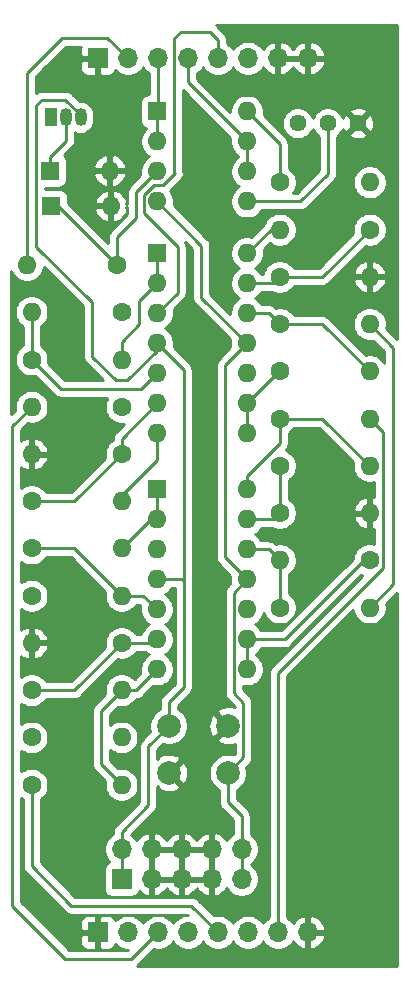
<source format=gbr>
G04 #@! TF.GenerationSoftware,KiCad,Pcbnew,5.1.6-1.fc31*
G04 #@! TF.CreationDate,2020-06-18T16:58:37-04:00*
G04 #@! TF.ProjectId,ChordArrayMain,43686f72-6441-4727-9261-794d61696e2e,rev?*
G04 #@! TF.SameCoordinates,Original*
G04 #@! TF.FileFunction,Copper,L1,Top*
G04 #@! TF.FilePolarity,Positive*
%FSLAX46Y46*%
G04 Gerber Fmt 4.6, Leading zero omitted, Abs format (unit mm)*
G04 Created by KiCad (PCBNEW 5.1.6-1.fc31) date 2020-06-18 16:58:37*
%MOMM*%
%LPD*%
G01*
G04 APERTURE LIST*
G04 #@! TA.AperFunction,ComponentPad*
%ADD10O,1.700000X1.700000*%
G04 #@! TD*
G04 #@! TA.AperFunction,ComponentPad*
%ADD11R,1.700000X1.700000*%
G04 #@! TD*
G04 #@! TA.AperFunction,ComponentPad*
%ADD12C,2.000000*%
G04 #@! TD*
G04 #@! TA.AperFunction,ComponentPad*
%ADD13C,1.440000*%
G04 #@! TD*
G04 #@! TA.AperFunction,ComponentPad*
%ADD14O,1.600000X1.600000*%
G04 #@! TD*
G04 #@! TA.AperFunction,ComponentPad*
%ADD15R,1.600000X1.600000*%
G04 #@! TD*
G04 #@! TA.AperFunction,ComponentPad*
%ADD16C,1.600000*%
G04 #@! TD*
G04 #@! TA.AperFunction,ComponentPad*
%ADD17R,1.050000X1.500000*%
G04 #@! TD*
G04 #@! TA.AperFunction,ComponentPad*
%ADD18O,1.050000X1.500000*%
G04 #@! TD*
G04 #@! TA.AperFunction,Conductor*
%ADD19C,0.250000*%
G04 #@! TD*
G04 #@! TA.AperFunction,Conductor*
%ADD20C,0.254000*%
G04 #@! TD*
G04 APERTURE END LIST*
D10*
G04 #@! TO.P,J9,8*
G04 #@! TO.N,GND*
X125780000Y-109500000D03*
G04 #@! TO.P,J9,7*
G04 #@! TO.N,OFFS4*
X123240000Y-109500000D03*
G04 #@! TO.P,J9,6*
G04 #@! TO.N,OFFP4*
X120700000Y-109500000D03*
G04 #@! TO.P,J9,5*
G04 #@! TO.N,OFFS3*
X118160000Y-109500000D03*
G04 #@! TO.P,J9,4*
G04 #@! TO.N,OFFP3*
X115620000Y-109500000D03*
G04 #@! TO.P,J9,3*
G04 #@! TO.N,OFFS2*
X113080000Y-109500000D03*
G04 #@! TO.P,J9,2*
G04 #@! TO.N,OFFP2*
X110540000Y-109500000D03*
D11*
G04 #@! TO.P,J9,1*
G04 #@! TO.N,GND*
X108000000Y-109500000D03*
G04 #@! TD*
D10*
G04 #@! TO.P,J8,8*
G04 #@! TO.N,GND*
X125780000Y-35500000D03*
G04 #@! TO.P,J8,7*
X123240000Y-35500000D03*
G04 #@! TO.P,J8,6*
G04 #@! TO.N,OFFS1*
X120700000Y-35500000D03*
G04 #@! TO.P,J8,5*
G04 #@! TO.N,OFFP1*
X118160000Y-35500000D03*
G04 #@! TO.P,J8,4*
G04 #@! TO.N,1V*
X115620000Y-35500000D03*
G04 #@! TO.P,J8,3*
G04 #@! TO.N,BUFFOUT*
X113080000Y-35500000D03*
G04 #@! TO.P,J8,2*
G04 #@! TO.N,CVIN*
X110540000Y-35500000D03*
D11*
G04 #@! TO.P,J8,1*
G04 #@! TO.N,GND*
X108000000Y-35500000D03*
G04 #@! TD*
D10*
G04 #@! TO.P,J2,10*
G04 #@! TO.N,-12V*
X120160000Y-102460000D03*
G04 #@! TO.P,J2,9*
X120160000Y-105000000D03*
G04 #@! TO.P,J2,8*
G04 #@! TO.N,GND*
X117620000Y-102460000D03*
G04 #@! TO.P,J2,7*
X117620000Y-105000000D03*
G04 #@! TO.P,J2,6*
X115080000Y-102460000D03*
G04 #@! TO.P,J2,5*
X115080000Y-105000000D03*
G04 #@! TO.P,J2,4*
X112540000Y-102460000D03*
G04 #@! TO.P,J2,3*
X112540000Y-105000000D03*
G04 #@! TO.P,J2,2*
G04 #@! TO.N,+12V*
X110000000Y-102460000D03*
D11*
G04 #@! TO.P,J2,1*
X110000000Y-105000000D03*
G04 #@! TD*
D12*
G04 #@! TO.P,C2,2*
G04 #@! TO.N,-12V*
X119000000Y-96000000D03*
G04 #@! TO.P,C2,1*
G04 #@! TO.N,GND*
X114000000Y-96000000D03*
G04 #@! TD*
G04 #@! TO.P,C1,2*
G04 #@! TO.N,GND*
X119000000Y-92000000D03*
G04 #@! TO.P,C1,1*
G04 #@! TO.N,+12V*
X114000000Y-92000000D03*
G04 #@! TD*
D13*
G04 #@! TO.P,RV1,3*
G04 #@! TO.N,Net-(Q1-Pad1)*
X124920000Y-41000000D03*
G04 #@! TO.P,RV1,2*
G04 #@! TO.N,Net-(RV1-Pad2)*
X127460000Y-41000000D03*
G04 #@! TO.P,RV1,1*
G04 #@! TO.N,GND*
X130000000Y-41000000D03*
G04 #@! TD*
D14*
G04 #@! TO.P,U3,14*
G04 #@! TO.N,Net-(R20-Pad2)*
X120620000Y-72000000D03*
G04 #@! TO.P,U3,7*
G04 #@! TO.N,Net-(R19-Pad2)*
X113000000Y-87240000D03*
G04 #@! TO.P,U3,13*
G04 #@! TO.N,Net-(R18-Pad1)*
X120620000Y-74540000D03*
G04 #@! TO.P,U3,6*
G04 #@! TO.N,Net-(R17-Pad1)*
X113000000Y-84700000D03*
G04 #@! TO.P,U3,12*
G04 #@! TO.N,Net-(R14-Pad1)*
X120620000Y-77080000D03*
G04 #@! TO.P,U3,5*
G04 #@! TO.N,Net-(R13-Pad2)*
X113000000Y-82160000D03*
G04 #@! TO.P,U3,11*
G04 #@! TO.N,-12V*
X120620000Y-79620000D03*
G04 #@! TO.P,U3,4*
G04 #@! TO.N,+12V*
X113000000Y-79620000D03*
G04 #@! TO.P,U3,10*
G04 #@! TO.N,OFFP4*
X120620000Y-82160000D03*
G04 #@! TO.P,U3,3*
G04 #@! TO.N,OFFP3*
X113000000Y-77080000D03*
G04 #@! TO.P,U3,9*
G04 #@! TO.N,Net-(R15-Pad1)*
X120620000Y-84700000D03*
G04 #@! TO.P,U3,2*
G04 #@! TO.N,Net-(R16-Pad2)*
X113000000Y-74540000D03*
G04 #@! TO.P,U3,8*
G04 #@! TO.N,Net-(R15-Pad1)*
X120620000Y-87240000D03*
D15*
G04 #@! TO.P,U3,1*
G04 #@! TO.N,Net-(R16-Pad2)*
X113000000Y-72000000D03*
G04 #@! TD*
D14*
G04 #@! TO.P,U2,14*
G04 #@! TO.N,Net-(R12-Pad1)*
X120620000Y-52000000D03*
G04 #@! TO.P,U2,7*
G04 #@! TO.N,Net-(R10-Pad2)*
X113000000Y-67240000D03*
G04 #@! TO.P,U2,13*
G04 #@! TO.N,Net-(R8-Pad1)*
X120620000Y-54540000D03*
G04 #@! TO.P,U2,6*
G04 #@! TO.N,Net-(R10-Pad1)*
X113000000Y-64700000D03*
G04 #@! TO.P,U2,12*
G04 #@! TO.N,Net-(R4-Pad1)*
X120620000Y-57080000D03*
G04 #@! TO.P,U2,5*
G04 #@! TO.N,Net-(R3-Pad2)*
X113000000Y-62160000D03*
G04 #@! TO.P,U2,11*
G04 #@! TO.N,-12V*
X120620000Y-59620000D03*
G04 #@! TO.P,U2,4*
G04 #@! TO.N,+12V*
X113000000Y-59620000D03*
G04 #@! TO.P,U2,10*
G04 #@! TO.N,OFFP2*
X120620000Y-62160000D03*
G04 #@! TO.P,U2,3*
G04 #@! TO.N,OFFP1*
X113000000Y-57080000D03*
G04 #@! TO.P,U2,9*
G04 #@! TO.N,Net-(R7-Pad1)*
X120620000Y-64700000D03*
G04 #@! TO.P,U2,2*
G04 #@! TO.N,Net-(R5-Pad2)*
X113000000Y-54540000D03*
G04 #@! TO.P,U2,8*
G04 #@! TO.N,Net-(R7-Pad1)*
X120620000Y-67240000D03*
D15*
G04 #@! TO.P,U2,1*
G04 #@! TO.N,Net-(R5-Pad2)*
X113000000Y-52000000D03*
G04 #@! TD*
D14*
G04 #@! TO.P,U1,8*
G04 #@! TO.N,+12V*
X120620000Y-40000000D03*
G04 #@! TO.P,U1,4*
G04 #@! TO.N,-12V*
X113000000Y-47620000D03*
G04 #@! TO.P,U1,7*
G04 #@! TO.N,1V*
X120620000Y-42540000D03*
G04 #@! TO.P,U1,3*
G04 #@! TO.N,Net-(D2-Pad1)*
X113000000Y-45080000D03*
G04 #@! TO.P,U1,6*
G04 #@! TO.N,1V*
X120620000Y-45080000D03*
G04 #@! TO.P,U1,2*
G04 #@! TO.N,BUFFOUT*
X113000000Y-42540000D03*
G04 #@! TO.P,U1,5*
G04 #@! TO.N,Net-(RV1-Pad2)*
X120620000Y-47620000D03*
D15*
G04 #@! TO.P,U1,1*
G04 #@! TO.N,BUFFOUT*
X113000000Y-40000000D03*
G04 #@! TD*
D14*
G04 #@! TO.P,R22,2*
G04 #@! TO.N,OFFS4*
X131000000Y-66000000D03*
D16*
G04 #@! TO.P,R22,1*
G04 #@! TO.N,Net-(R20-Pad2)*
X123380000Y-66000000D03*
G04 #@! TD*
D14*
G04 #@! TO.P,R21,2*
G04 #@! TO.N,Net-(R19-Pad2)*
X110000000Y-97000000D03*
D16*
G04 #@! TO.P,R21,1*
G04 #@! TO.N,OFFS3*
X102380000Y-97000000D03*
G04 #@! TD*
D14*
G04 #@! TO.P,R20,2*
G04 #@! TO.N,Net-(R20-Pad2)*
X131000000Y-70000000D03*
D16*
G04 #@! TO.P,R20,1*
G04 #@! TO.N,Net-(R18-Pad1)*
X123380000Y-70000000D03*
G04 #@! TD*
D14*
G04 #@! TO.P,R19,2*
G04 #@! TO.N,Net-(R19-Pad2)*
X110000000Y-89000000D03*
D16*
G04 #@! TO.P,R19,1*
G04 #@! TO.N,Net-(R17-Pad1)*
X102380000Y-89000000D03*
G04 #@! TD*
D14*
G04 #@! TO.P,R18,2*
G04 #@! TO.N,GND*
X131000000Y-74000000D03*
D16*
G04 #@! TO.P,R18,1*
G04 #@! TO.N,Net-(R18-Pad1)*
X123380000Y-74000000D03*
G04 #@! TD*
D14*
G04 #@! TO.P,R17,2*
G04 #@! TO.N,GND*
X102380000Y-85000000D03*
D16*
G04 #@! TO.P,R17,1*
G04 #@! TO.N,Net-(R17-Pad1)*
X110000000Y-85000000D03*
G04 #@! TD*
D14*
G04 #@! TO.P,R16,2*
G04 #@! TO.N,Net-(R16-Pad2)*
X110000000Y-77000000D03*
D16*
G04 #@! TO.P,R16,1*
G04 #@! TO.N,Net-(R13-Pad2)*
X102380000Y-77000000D03*
G04 #@! TD*
D14*
G04 #@! TO.P,R15,2*
G04 #@! TO.N,Net-(R14-Pad1)*
X123380000Y-78000000D03*
D16*
G04 #@! TO.P,R15,1*
G04 #@! TO.N,Net-(R15-Pad1)*
X131000000Y-78000000D03*
G04 #@! TD*
D14*
G04 #@! TO.P,R14,2*
G04 #@! TO.N,BUFFOUT*
X131000000Y-82000000D03*
D16*
G04 #@! TO.P,R14,1*
G04 #@! TO.N,Net-(R14-Pad1)*
X123380000Y-82000000D03*
G04 #@! TD*
D14*
G04 #@! TO.P,R13,2*
G04 #@! TO.N,Net-(R13-Pad2)*
X110000000Y-81000000D03*
D16*
G04 #@! TO.P,R13,1*
G04 #@! TO.N,BUFFOUT*
X102380000Y-81000000D03*
G04 #@! TD*
D14*
G04 #@! TO.P,R12,2*
G04 #@! TO.N,OFFS2*
X102380000Y-65000000D03*
D16*
G04 #@! TO.P,R12,1*
G04 #@! TO.N,Net-(R12-Pad1)*
X110000000Y-65000000D03*
G04 #@! TD*
D14*
G04 #@! TO.P,R11,2*
G04 #@! TO.N,Net-(R10-Pad2)*
X110000000Y-93000000D03*
D16*
G04 #@! TO.P,R11,1*
G04 #@! TO.N,OFFS1*
X102380000Y-93000000D03*
G04 #@! TD*
D14*
G04 #@! TO.P,R10,2*
G04 #@! TO.N,Net-(R10-Pad2)*
X110000000Y-73000000D03*
D16*
G04 #@! TO.P,R10,1*
G04 #@! TO.N,Net-(R10-Pad1)*
X102380000Y-73000000D03*
G04 #@! TD*
D14*
G04 #@! TO.P,R9,2*
G04 #@! TO.N,Net-(R12-Pad1)*
X123380000Y-50000000D03*
D16*
G04 #@! TO.P,R9,1*
G04 #@! TO.N,Net-(R8-Pad1)*
X131000000Y-50000000D03*
G04 #@! TD*
D14*
G04 #@! TO.P,R8,2*
G04 #@! TO.N,GND*
X131000000Y-54000000D03*
D16*
G04 #@! TO.P,R8,1*
G04 #@! TO.N,Net-(R8-Pad1)*
X123380000Y-54000000D03*
G04 #@! TD*
D14*
G04 #@! TO.P,R7,2*
G04 #@! TO.N,Net-(R4-Pad1)*
X131000000Y-62000000D03*
D16*
G04 #@! TO.P,R7,1*
G04 #@! TO.N,Net-(R7-Pad1)*
X123380000Y-62000000D03*
G04 #@! TD*
D14*
G04 #@! TO.P,R6,2*
G04 #@! TO.N,GND*
X102380000Y-69000000D03*
D16*
G04 #@! TO.P,R6,1*
G04 #@! TO.N,Net-(R10-Pad1)*
X110000000Y-69000000D03*
G04 #@! TD*
D14*
G04 #@! TO.P,R5,2*
G04 #@! TO.N,Net-(R5-Pad2)*
X110000000Y-61000000D03*
D16*
G04 #@! TO.P,R5,1*
G04 #@! TO.N,Net-(R3-Pad2)*
X102380000Y-61000000D03*
G04 #@! TD*
D14*
G04 #@! TO.P,R4,2*
G04 #@! TO.N,BUFFOUT*
X131000000Y-58000000D03*
D16*
G04 #@! TO.P,R4,1*
G04 #@! TO.N,Net-(R4-Pad1)*
X123380000Y-58000000D03*
G04 #@! TD*
D14*
G04 #@! TO.P,R3,2*
G04 #@! TO.N,Net-(R3-Pad2)*
X102380000Y-57000000D03*
D16*
G04 #@! TO.P,R3,1*
G04 #@! TO.N,BUFFOUT*
X110000000Y-57000000D03*
G04 #@! TD*
D14*
G04 #@! TO.P,R2,2*
G04 #@! TO.N,CVIN*
X102000000Y-53000000D03*
D16*
G04 #@! TO.P,R2,1*
G04 #@! TO.N,Net-(D2-Pad1)*
X109620000Y-53000000D03*
G04 #@! TD*
D14*
G04 #@! TO.P,R1,2*
G04 #@! TO.N,Net-(D1-Pad1)*
X131000000Y-46000000D03*
D16*
G04 #@! TO.P,R1,1*
G04 #@! TO.N,+12V*
X123380000Y-46000000D03*
G04 #@! TD*
D17*
G04 #@! TO.P,Q1,1*
G04 #@! TO.N,Net-(Q1-Pad1)*
X104000000Y-40500000D03*
D18*
G04 #@! TO.P,Q1,3*
G04 #@! TO.N,+12V*
X106540000Y-40500000D03*
G04 #@! TO.P,Q1,2*
G04 #@! TO.N,Net-(D1-Pad1)*
X105270000Y-40500000D03*
G04 #@! TD*
D14*
G04 #@! TO.P,D2,2*
G04 #@! TO.N,GND*
X109080000Y-48000000D03*
D15*
G04 #@! TO.P,D2,1*
G04 #@! TO.N,Net-(D2-Pad1)*
X104000000Y-48000000D03*
G04 #@! TD*
D14*
G04 #@! TO.P,D1,2*
G04 #@! TO.N,GND*
X109000000Y-45000000D03*
D15*
G04 #@! TO.P,D1,1*
G04 #@! TO.N,Net-(D1-Pad1)*
X103920000Y-45000000D03*
G04 #@! TD*
D19*
G04 #@! TO.N,+12V*
X123380000Y-42760000D02*
X123380000Y-46000000D01*
X120620000Y-40000000D02*
X123380000Y-42760000D01*
X113000000Y-60250000D02*
X113000000Y-59620000D01*
X110500000Y-62750000D02*
X113000000Y-60250000D01*
X109500000Y-62750000D02*
X110500000Y-62750000D01*
X107500000Y-60750000D02*
X109500000Y-62750000D01*
X107500000Y-56165002D02*
X107500000Y-60750000D01*
X102794999Y-51460001D02*
X107500000Y-56165002D01*
X102794999Y-39455001D02*
X102794999Y-51460001D01*
X110000000Y-105000000D02*
X110000000Y-102460000D01*
X110000000Y-102460000D02*
X110000000Y-101000000D01*
X110000000Y-101000000D02*
X112250000Y-98750000D01*
X112250000Y-93750000D02*
X114000000Y-92000000D01*
X112250000Y-98750000D02*
X112250000Y-93750000D01*
X114000000Y-92000000D02*
X114000000Y-90000000D01*
X114000000Y-90000000D02*
X115250000Y-88750000D01*
X115250000Y-61870000D02*
X113000000Y-59620000D01*
X115120000Y-79620000D02*
X115250000Y-79750000D01*
X113000000Y-79620000D02*
X115120000Y-79620000D01*
X115250000Y-88750000D02*
X115250000Y-79750000D01*
X115250000Y-79750000D02*
X115250000Y-61870000D01*
X106540000Y-40500000D02*
X106540000Y-40290000D01*
X106540000Y-40290000D02*
X105250000Y-39000000D01*
X103250000Y-39000000D02*
X102794999Y-39455001D01*
X105250000Y-39000000D02*
X103250000Y-39000000D01*
G04 #@! TO.N,-12V*
X120620000Y-59620000D02*
X116750000Y-55750000D01*
X116750000Y-51370000D02*
X113000000Y-47620000D01*
X116750000Y-55750000D02*
X116750000Y-51370000D01*
X120620000Y-59620000D02*
X118750000Y-61490000D01*
X118750000Y-77750000D02*
X120620000Y-79620000D01*
X118750000Y-61490000D02*
X118750000Y-77750000D01*
X119494999Y-80745001D02*
X119494999Y-89244999D01*
X120620000Y-79620000D02*
X119494999Y-80745001D01*
X120325001Y-94674999D02*
X119000000Y-96000000D01*
X120325001Y-90075001D02*
X120325001Y-94674999D01*
X119494999Y-89244999D02*
X120325001Y-90075001D01*
X119000000Y-96000000D02*
X119000000Y-98500000D01*
X120160000Y-99660000D02*
X120160000Y-102460000D01*
X119000000Y-98500000D02*
X120160000Y-99660000D01*
X120160000Y-102460000D02*
X120160000Y-105000000D01*
G04 #@! TO.N,Net-(D1-Pad1)*
X103920000Y-45000000D02*
X103920000Y-43830000D01*
X105270000Y-42480000D02*
X105270000Y-40500000D01*
X103920000Y-43830000D02*
X105270000Y-42480000D01*
G04 #@! TO.N,Net-(D2-Pad1)*
X104620000Y-48000000D02*
X109620000Y-53000000D01*
X104000000Y-48000000D02*
X104620000Y-48000000D01*
X109620000Y-53000000D02*
X109620000Y-50630000D01*
X109620000Y-50630000D02*
X111250000Y-49000000D01*
X111250000Y-46830000D02*
X113000000Y-45080000D01*
X111250000Y-49000000D02*
X111250000Y-46830000D01*
G04 #@! TO.N,Net-(R3-Pad2)*
X113000000Y-62160000D02*
X111660000Y-63500000D01*
X104880000Y-63500000D02*
X102380000Y-61000000D01*
X111660000Y-63500000D02*
X104880000Y-63500000D01*
X102380000Y-61000000D02*
X102380000Y-57000000D01*
G04 #@! TO.N,Net-(R4-Pad1)*
X122460000Y-57080000D02*
X123380000Y-58000000D01*
X120620000Y-57080000D02*
X122460000Y-57080000D01*
X127000000Y-58000000D02*
X131000000Y-62000000D01*
X123380000Y-58000000D02*
X127000000Y-58000000D01*
G04 #@! TO.N,Net-(R5-Pad2)*
X110000000Y-61000000D02*
X110000000Y-59500000D01*
X110000000Y-59500000D02*
X111500000Y-58000000D01*
X111500000Y-56040000D02*
X113000000Y-54540000D01*
X111500000Y-58000000D02*
X111500000Y-56040000D01*
X113000000Y-52000000D02*
X113000000Y-54540000D01*
G04 #@! TO.N,Net-(R10-Pad1)*
X110000000Y-67700000D02*
X110000000Y-69000000D01*
X113000000Y-64700000D02*
X110000000Y-67700000D01*
X106000000Y-73000000D02*
X110000000Y-69000000D01*
X102380000Y-73000000D02*
X106000000Y-73000000D01*
G04 #@! TO.N,Net-(R7-Pad1)*
X120620000Y-64700000D02*
X120620000Y-67240000D01*
X123320000Y-62000000D02*
X123380000Y-62000000D01*
X120620000Y-64700000D02*
X123320000Y-62000000D01*
G04 #@! TO.N,Net-(R8-Pad1)*
X122840000Y-54540000D02*
X123380000Y-54000000D01*
X120620000Y-54540000D02*
X122840000Y-54540000D01*
X127000000Y-54000000D02*
X131000000Y-50000000D01*
X123380000Y-54000000D02*
X127000000Y-54000000D01*
G04 #@! TO.N,Net-(R12-Pad1)*
X122620000Y-50000000D02*
X123380000Y-50000000D01*
X120620000Y-52000000D02*
X122620000Y-50000000D01*
G04 #@! TO.N,Net-(R10-Pad2)*
X110000000Y-73000000D02*
X109750000Y-72750000D01*
X113000000Y-69500000D02*
X113000000Y-67240000D01*
X109750000Y-72750000D02*
X113000000Y-69500000D01*
G04 #@! TO.N,Net-(R13-Pad2)*
X111840000Y-81000000D02*
X113000000Y-82160000D01*
X110000000Y-81000000D02*
X111840000Y-81000000D01*
X106000000Y-77000000D02*
X110000000Y-81000000D01*
X102380000Y-77000000D02*
X106000000Y-77000000D01*
G04 #@! TO.N,Net-(R14-Pad1)*
X122460000Y-77080000D02*
X123380000Y-78000000D01*
X120620000Y-77080000D02*
X122460000Y-77080000D01*
X123380000Y-78000000D02*
X123380000Y-82000000D01*
G04 #@! TO.N,Net-(R15-Pad1)*
X120620000Y-84700000D02*
X123800000Y-84700000D01*
X130500000Y-78000000D02*
X131000000Y-78000000D01*
X123800000Y-84700000D02*
X130500000Y-78000000D01*
X120620000Y-87240000D02*
X120620000Y-84700000D01*
G04 #@! TO.N,Net-(R16-Pad2)*
X112460000Y-74540000D02*
X113000000Y-74540000D01*
X110000000Y-77000000D02*
X112460000Y-74540000D01*
X113000000Y-72000000D02*
X113000000Y-74540000D01*
G04 #@! TO.N,Net-(R17-Pad1)*
X112700000Y-85000000D02*
X113000000Y-84700000D01*
X110000000Y-85000000D02*
X112700000Y-85000000D01*
X106000000Y-89000000D02*
X110000000Y-85000000D01*
X102380000Y-89000000D02*
X106000000Y-89000000D01*
G04 #@! TO.N,Net-(R18-Pad1)*
X122840000Y-74540000D02*
X123380000Y-74000000D01*
X120620000Y-74540000D02*
X122840000Y-74540000D01*
X123380000Y-74000000D02*
X123380000Y-70000000D01*
G04 #@! TO.N,Net-(R19-Pad2)*
X111240000Y-89000000D02*
X113000000Y-87240000D01*
X110000000Y-89000000D02*
X111240000Y-89000000D01*
X110000000Y-89000000D02*
X108250000Y-90750000D01*
X108250000Y-95250000D02*
X110000000Y-97000000D01*
X108250000Y-90750000D02*
X108250000Y-95250000D01*
G04 #@! TO.N,Net-(R20-Pad2)*
X123380000Y-68108630D02*
X123380000Y-66000000D01*
X120620000Y-70868630D02*
X123380000Y-68108630D01*
X120620000Y-72000000D02*
X120620000Y-70868630D01*
X127000000Y-66000000D02*
X131000000Y-70000000D01*
X123380000Y-66000000D02*
X127000000Y-66000000D01*
G04 #@! TO.N,Net-(RV1-Pad2)*
X120620000Y-47620000D02*
X125130000Y-47620000D01*
X127460000Y-45290000D02*
X127460000Y-41000000D01*
X125130000Y-47620000D02*
X127460000Y-45290000D01*
G04 #@! TO.N,1V*
X115620000Y-37540000D02*
X120620000Y-42540000D01*
X115620000Y-35500000D02*
X115620000Y-37540000D01*
X120620000Y-42540000D02*
X120620000Y-45080000D01*
G04 #@! TO.N,CVIN*
X102000000Y-53000000D02*
X102000000Y-36750000D01*
X102000000Y-36750000D02*
X105000000Y-33750000D01*
X108790000Y-33750000D02*
X110540000Y-35500000D01*
X105000000Y-33750000D02*
X108790000Y-33750000D01*
G04 #@! TO.N,BUFFOUT*
X113080000Y-39920000D02*
X113000000Y-40000000D01*
X113080000Y-35500000D02*
X113080000Y-39920000D01*
X113000000Y-40000000D02*
X113000000Y-42540000D01*
X131000000Y-58000000D02*
X133000000Y-60000000D01*
X133000000Y-80000000D02*
X131000000Y-82000000D01*
X133000000Y-60000000D02*
X133000000Y-80000000D01*
G04 #@! TO.N,OFFS2*
X105250000Y-111750000D02*
X110830000Y-111750000D01*
X100750000Y-107250000D02*
X105250000Y-111750000D01*
X110830000Y-111750000D02*
X113080000Y-109500000D01*
X102380000Y-65000000D02*
X100750000Y-66630000D01*
X100750000Y-66630000D02*
X100750000Y-107250000D01*
G04 #@! TO.N,OFFS3*
X102380000Y-97000000D02*
X102380000Y-103880000D01*
X102380000Y-103880000D02*
X105750000Y-107250000D01*
X115910000Y-107250000D02*
X118160000Y-109500000D01*
X105750000Y-107250000D02*
X115910000Y-107250000D01*
G04 #@! TO.N,OFFS4*
X123240000Y-109500000D02*
X123240000Y-87510000D01*
X132125001Y-67125001D02*
X131000000Y-66000000D01*
X132125001Y-78624999D02*
X132125001Y-67125001D01*
X123240000Y-87510000D02*
X132125001Y-78624999D01*
G04 #@! TO.N,OFFP1*
X113000000Y-57080000D02*
X114750000Y-55330000D01*
X114750000Y-55330000D02*
X114750000Y-51500000D01*
X112749997Y-46205001D02*
X113544999Y-46205001D01*
X111874999Y-47079999D02*
X112749997Y-46205001D01*
X114750000Y-51500000D02*
X111874999Y-48624999D01*
X111874999Y-48624999D02*
X111874999Y-47079999D01*
X113544999Y-46205001D02*
X114500000Y-45250000D01*
X114444999Y-45194999D02*
X114444999Y-33805001D01*
X114500000Y-45250000D02*
X114444999Y-45194999D01*
X114444999Y-33805001D02*
X115000000Y-33250000D01*
X115000000Y-33250000D02*
X117500000Y-33250000D01*
X118160000Y-33910000D02*
X118160000Y-35500000D01*
X117500000Y-33250000D02*
X118160000Y-33910000D01*
G04 #@! TD*
D20*
G04 #@! TO.N,GND*
G36*
X133340000Y-112340000D02*
G01*
X111309077Y-112340000D01*
X111370001Y-112290001D01*
X111393804Y-112260997D01*
X112713592Y-110941210D01*
X112933740Y-110985000D01*
X113226260Y-110985000D01*
X113513158Y-110927932D01*
X113783411Y-110815990D01*
X114026632Y-110653475D01*
X114233475Y-110446632D01*
X114350000Y-110272240D01*
X114466525Y-110446632D01*
X114673368Y-110653475D01*
X114916589Y-110815990D01*
X115186842Y-110927932D01*
X115473740Y-110985000D01*
X115766260Y-110985000D01*
X116053158Y-110927932D01*
X116323411Y-110815990D01*
X116566632Y-110653475D01*
X116773475Y-110446632D01*
X116890000Y-110272240D01*
X117006525Y-110446632D01*
X117213368Y-110653475D01*
X117456589Y-110815990D01*
X117726842Y-110927932D01*
X118013740Y-110985000D01*
X118306260Y-110985000D01*
X118593158Y-110927932D01*
X118863411Y-110815990D01*
X119106632Y-110653475D01*
X119313475Y-110446632D01*
X119430000Y-110272240D01*
X119546525Y-110446632D01*
X119753368Y-110653475D01*
X119996589Y-110815990D01*
X120266842Y-110927932D01*
X120553740Y-110985000D01*
X120846260Y-110985000D01*
X121133158Y-110927932D01*
X121403411Y-110815990D01*
X121646632Y-110653475D01*
X121853475Y-110446632D01*
X121970000Y-110272240D01*
X122086525Y-110446632D01*
X122293368Y-110653475D01*
X122536589Y-110815990D01*
X122806842Y-110927932D01*
X123093740Y-110985000D01*
X123386260Y-110985000D01*
X123673158Y-110927932D01*
X123943411Y-110815990D01*
X124186632Y-110653475D01*
X124393475Y-110446632D01*
X124515195Y-110264466D01*
X124584822Y-110381355D01*
X124779731Y-110597588D01*
X125013080Y-110771641D01*
X125275901Y-110896825D01*
X125423110Y-110941476D01*
X125653000Y-110820155D01*
X125653000Y-109627000D01*
X125907000Y-109627000D01*
X125907000Y-110820155D01*
X126136890Y-110941476D01*
X126284099Y-110896825D01*
X126546920Y-110771641D01*
X126780269Y-110597588D01*
X126975178Y-110381355D01*
X127124157Y-110131252D01*
X127221481Y-109856891D01*
X127100814Y-109627000D01*
X125907000Y-109627000D01*
X125653000Y-109627000D01*
X125633000Y-109627000D01*
X125633000Y-109373000D01*
X125653000Y-109373000D01*
X125653000Y-108179845D01*
X125907000Y-108179845D01*
X125907000Y-109373000D01*
X127100814Y-109373000D01*
X127221481Y-109143109D01*
X127124157Y-108868748D01*
X126975178Y-108618645D01*
X126780269Y-108402412D01*
X126546920Y-108228359D01*
X126284099Y-108103175D01*
X126136890Y-108058524D01*
X125907000Y-108179845D01*
X125653000Y-108179845D01*
X125423110Y-108058524D01*
X125275901Y-108103175D01*
X125013080Y-108228359D01*
X124779731Y-108402412D01*
X124584822Y-108618645D01*
X124515195Y-108735534D01*
X124393475Y-108553368D01*
X124186632Y-108346525D01*
X124000000Y-108221822D01*
X124000000Y-87824801D01*
X129584655Y-82240147D01*
X129620147Y-82418574D01*
X129728320Y-82679727D01*
X129885363Y-82914759D01*
X130085241Y-83114637D01*
X130320273Y-83271680D01*
X130581426Y-83379853D01*
X130858665Y-83435000D01*
X131141335Y-83435000D01*
X131418574Y-83379853D01*
X131679727Y-83271680D01*
X131914759Y-83114637D01*
X132114637Y-82914759D01*
X132271680Y-82679727D01*
X132379853Y-82418574D01*
X132435000Y-82141335D01*
X132435000Y-81858665D01*
X132398688Y-81676114D01*
X133340000Y-80734801D01*
X133340000Y-112340000D01*
G37*
X133340000Y-112340000D02*
X111309077Y-112340000D01*
X111370001Y-112290001D01*
X111393804Y-112260997D01*
X112713592Y-110941210D01*
X112933740Y-110985000D01*
X113226260Y-110985000D01*
X113513158Y-110927932D01*
X113783411Y-110815990D01*
X114026632Y-110653475D01*
X114233475Y-110446632D01*
X114350000Y-110272240D01*
X114466525Y-110446632D01*
X114673368Y-110653475D01*
X114916589Y-110815990D01*
X115186842Y-110927932D01*
X115473740Y-110985000D01*
X115766260Y-110985000D01*
X116053158Y-110927932D01*
X116323411Y-110815990D01*
X116566632Y-110653475D01*
X116773475Y-110446632D01*
X116890000Y-110272240D01*
X117006525Y-110446632D01*
X117213368Y-110653475D01*
X117456589Y-110815990D01*
X117726842Y-110927932D01*
X118013740Y-110985000D01*
X118306260Y-110985000D01*
X118593158Y-110927932D01*
X118863411Y-110815990D01*
X119106632Y-110653475D01*
X119313475Y-110446632D01*
X119430000Y-110272240D01*
X119546525Y-110446632D01*
X119753368Y-110653475D01*
X119996589Y-110815990D01*
X120266842Y-110927932D01*
X120553740Y-110985000D01*
X120846260Y-110985000D01*
X121133158Y-110927932D01*
X121403411Y-110815990D01*
X121646632Y-110653475D01*
X121853475Y-110446632D01*
X121970000Y-110272240D01*
X122086525Y-110446632D01*
X122293368Y-110653475D01*
X122536589Y-110815990D01*
X122806842Y-110927932D01*
X123093740Y-110985000D01*
X123386260Y-110985000D01*
X123673158Y-110927932D01*
X123943411Y-110815990D01*
X124186632Y-110653475D01*
X124393475Y-110446632D01*
X124515195Y-110264466D01*
X124584822Y-110381355D01*
X124779731Y-110597588D01*
X125013080Y-110771641D01*
X125275901Y-110896825D01*
X125423110Y-110941476D01*
X125653000Y-110820155D01*
X125653000Y-109627000D01*
X125907000Y-109627000D01*
X125907000Y-110820155D01*
X126136890Y-110941476D01*
X126284099Y-110896825D01*
X126546920Y-110771641D01*
X126780269Y-110597588D01*
X126975178Y-110381355D01*
X127124157Y-110131252D01*
X127221481Y-109856891D01*
X127100814Y-109627000D01*
X125907000Y-109627000D01*
X125653000Y-109627000D01*
X125633000Y-109627000D01*
X125633000Y-109373000D01*
X125653000Y-109373000D01*
X125653000Y-108179845D01*
X125907000Y-108179845D01*
X125907000Y-109373000D01*
X127100814Y-109373000D01*
X127221481Y-109143109D01*
X127124157Y-108868748D01*
X126975178Y-108618645D01*
X126780269Y-108402412D01*
X126546920Y-108228359D01*
X126284099Y-108103175D01*
X126136890Y-108058524D01*
X125907000Y-108179845D01*
X125653000Y-108179845D01*
X125423110Y-108058524D01*
X125275901Y-108103175D01*
X125013080Y-108228359D01*
X124779731Y-108402412D01*
X124584822Y-108618645D01*
X124515195Y-108735534D01*
X124393475Y-108553368D01*
X124186632Y-108346525D01*
X124000000Y-108221822D01*
X124000000Y-87824801D01*
X129584655Y-82240147D01*
X129620147Y-82418574D01*
X129728320Y-82679727D01*
X129885363Y-82914759D01*
X130085241Y-83114637D01*
X130320273Y-83271680D01*
X130581426Y-83379853D01*
X130858665Y-83435000D01*
X131141335Y-83435000D01*
X131418574Y-83379853D01*
X131679727Y-83271680D01*
X131914759Y-83114637D01*
X132114637Y-82914759D01*
X132271680Y-82679727D01*
X132379853Y-82418574D01*
X132435000Y-82141335D01*
X132435000Y-81858665D01*
X132398688Y-81676114D01*
X133340000Y-80734801D01*
X133340000Y-112340000D01*
G36*
X101620000Y-98218044D02*
G01*
X101620001Y-103842668D01*
X101616324Y-103880000D01*
X101620001Y-103917333D01*
X101630657Y-104025518D01*
X101630998Y-104028985D01*
X101674454Y-104172246D01*
X101745026Y-104304276D01*
X101816201Y-104391002D01*
X101840000Y-104420001D01*
X101868998Y-104443799D01*
X105186200Y-107761002D01*
X105209999Y-107790001D01*
X105325724Y-107884974D01*
X105457753Y-107955546D01*
X105601014Y-107999003D01*
X105712667Y-108010000D01*
X105712675Y-108010000D01*
X105750000Y-108013676D01*
X105787325Y-108010000D01*
X115595199Y-108010000D01*
X115600199Y-108015000D01*
X115473740Y-108015000D01*
X115186842Y-108072068D01*
X114916589Y-108184010D01*
X114673368Y-108346525D01*
X114466525Y-108553368D01*
X114350000Y-108727760D01*
X114233475Y-108553368D01*
X114026632Y-108346525D01*
X113783411Y-108184010D01*
X113513158Y-108072068D01*
X113226260Y-108015000D01*
X112933740Y-108015000D01*
X112646842Y-108072068D01*
X112376589Y-108184010D01*
X112133368Y-108346525D01*
X111926525Y-108553368D01*
X111810000Y-108727760D01*
X111693475Y-108553368D01*
X111486632Y-108346525D01*
X111243411Y-108184010D01*
X110973158Y-108072068D01*
X110686260Y-108015000D01*
X110393740Y-108015000D01*
X110106842Y-108072068D01*
X109836589Y-108184010D01*
X109593368Y-108346525D01*
X109461513Y-108478380D01*
X109439502Y-108405820D01*
X109380537Y-108295506D01*
X109301185Y-108198815D01*
X109204494Y-108119463D01*
X109094180Y-108060498D01*
X108974482Y-108024188D01*
X108850000Y-108011928D01*
X108285750Y-108015000D01*
X108127000Y-108173750D01*
X108127000Y-109373000D01*
X108147000Y-109373000D01*
X108147000Y-109627000D01*
X108127000Y-109627000D01*
X108127000Y-110826250D01*
X108285750Y-110985000D01*
X108850000Y-110988072D01*
X108974482Y-110975812D01*
X109094180Y-110939502D01*
X109204494Y-110880537D01*
X109301185Y-110801185D01*
X109380537Y-110704494D01*
X109439502Y-110594180D01*
X109461513Y-110521620D01*
X109593368Y-110653475D01*
X109836589Y-110815990D01*
X110106842Y-110927932D01*
X110393740Y-110985000D01*
X110520199Y-110985000D01*
X110515199Y-110990000D01*
X105564802Y-110990000D01*
X104924802Y-110350000D01*
X106511928Y-110350000D01*
X106524188Y-110474482D01*
X106560498Y-110594180D01*
X106619463Y-110704494D01*
X106698815Y-110801185D01*
X106795506Y-110880537D01*
X106905820Y-110939502D01*
X107025518Y-110975812D01*
X107150000Y-110988072D01*
X107714250Y-110985000D01*
X107873000Y-110826250D01*
X107873000Y-109627000D01*
X106673750Y-109627000D01*
X106515000Y-109785750D01*
X106511928Y-110350000D01*
X104924802Y-110350000D01*
X103224802Y-108650000D01*
X106511928Y-108650000D01*
X106515000Y-109214250D01*
X106673750Y-109373000D01*
X107873000Y-109373000D01*
X107873000Y-108173750D01*
X107714250Y-108015000D01*
X107150000Y-108011928D01*
X107025518Y-108024188D01*
X106905820Y-108060498D01*
X106795506Y-108119463D01*
X106698815Y-108198815D01*
X106619463Y-108295506D01*
X106560498Y-108405820D01*
X106524188Y-108525518D01*
X106511928Y-108650000D01*
X103224802Y-108650000D01*
X101510000Y-106935199D01*
X101510000Y-98144544D01*
X101620000Y-98218044D01*
G37*
X101620000Y-98218044D02*
X101620001Y-103842668D01*
X101616324Y-103880000D01*
X101620001Y-103917333D01*
X101630657Y-104025518D01*
X101630998Y-104028985D01*
X101674454Y-104172246D01*
X101745026Y-104304276D01*
X101816201Y-104391002D01*
X101840000Y-104420001D01*
X101868998Y-104443799D01*
X105186200Y-107761002D01*
X105209999Y-107790001D01*
X105325724Y-107884974D01*
X105457753Y-107955546D01*
X105601014Y-107999003D01*
X105712667Y-108010000D01*
X105712675Y-108010000D01*
X105750000Y-108013676D01*
X105787325Y-108010000D01*
X115595199Y-108010000D01*
X115600199Y-108015000D01*
X115473740Y-108015000D01*
X115186842Y-108072068D01*
X114916589Y-108184010D01*
X114673368Y-108346525D01*
X114466525Y-108553368D01*
X114350000Y-108727760D01*
X114233475Y-108553368D01*
X114026632Y-108346525D01*
X113783411Y-108184010D01*
X113513158Y-108072068D01*
X113226260Y-108015000D01*
X112933740Y-108015000D01*
X112646842Y-108072068D01*
X112376589Y-108184010D01*
X112133368Y-108346525D01*
X111926525Y-108553368D01*
X111810000Y-108727760D01*
X111693475Y-108553368D01*
X111486632Y-108346525D01*
X111243411Y-108184010D01*
X110973158Y-108072068D01*
X110686260Y-108015000D01*
X110393740Y-108015000D01*
X110106842Y-108072068D01*
X109836589Y-108184010D01*
X109593368Y-108346525D01*
X109461513Y-108478380D01*
X109439502Y-108405820D01*
X109380537Y-108295506D01*
X109301185Y-108198815D01*
X109204494Y-108119463D01*
X109094180Y-108060498D01*
X108974482Y-108024188D01*
X108850000Y-108011928D01*
X108285750Y-108015000D01*
X108127000Y-108173750D01*
X108127000Y-109373000D01*
X108147000Y-109373000D01*
X108147000Y-109627000D01*
X108127000Y-109627000D01*
X108127000Y-110826250D01*
X108285750Y-110985000D01*
X108850000Y-110988072D01*
X108974482Y-110975812D01*
X109094180Y-110939502D01*
X109204494Y-110880537D01*
X109301185Y-110801185D01*
X109380537Y-110704494D01*
X109439502Y-110594180D01*
X109461513Y-110521620D01*
X109593368Y-110653475D01*
X109836589Y-110815990D01*
X110106842Y-110927932D01*
X110393740Y-110985000D01*
X110520199Y-110985000D01*
X110515199Y-110990000D01*
X105564802Y-110990000D01*
X104924802Y-110350000D01*
X106511928Y-110350000D01*
X106524188Y-110474482D01*
X106560498Y-110594180D01*
X106619463Y-110704494D01*
X106698815Y-110801185D01*
X106795506Y-110880537D01*
X106905820Y-110939502D01*
X107025518Y-110975812D01*
X107150000Y-110988072D01*
X107714250Y-110985000D01*
X107873000Y-110826250D01*
X107873000Y-109627000D01*
X106673750Y-109627000D01*
X106515000Y-109785750D01*
X106511928Y-110350000D01*
X104924802Y-110350000D01*
X103224802Y-108650000D01*
X106511928Y-108650000D01*
X106515000Y-109214250D01*
X106673750Y-109373000D01*
X107873000Y-109373000D01*
X107873000Y-108173750D01*
X107714250Y-108015000D01*
X107150000Y-108011928D01*
X107025518Y-108024188D01*
X106905820Y-108060498D01*
X106795506Y-108119463D01*
X106698815Y-108198815D01*
X106619463Y-108295506D01*
X106560498Y-108405820D01*
X106524188Y-108525518D01*
X106511928Y-108650000D01*
X103224802Y-108650000D01*
X101510000Y-106935199D01*
X101510000Y-98144544D01*
X101620000Y-98218044D01*
G36*
X115990001Y-51684803D02*
G01*
X115990000Y-55712677D01*
X115986324Y-55750000D01*
X115990000Y-55787322D01*
X115990000Y-55787332D01*
X116000997Y-55898985D01*
X116036498Y-56016017D01*
X116044454Y-56042246D01*
X116115026Y-56174276D01*
X116127098Y-56188985D01*
X116209999Y-56290001D01*
X116239003Y-56313804D01*
X119221312Y-59296115D01*
X119185000Y-59478665D01*
X119185000Y-59761335D01*
X119221312Y-59943886D01*
X118239003Y-60926196D01*
X118209999Y-60949999D01*
X118168965Y-61000000D01*
X118115026Y-61065724D01*
X118085482Y-61120997D01*
X118044454Y-61197754D01*
X118000997Y-61341015D01*
X117990000Y-61452668D01*
X117990000Y-61452678D01*
X117986324Y-61490000D01*
X117990000Y-61527322D01*
X117990001Y-77712667D01*
X117986324Y-77750000D01*
X117990001Y-77787333D01*
X118000998Y-77898986D01*
X118014180Y-77942442D01*
X118044454Y-78042246D01*
X118115026Y-78174276D01*
X118136731Y-78200723D01*
X118210000Y-78290001D01*
X118238998Y-78313799D01*
X119221312Y-79296114D01*
X119185000Y-79478665D01*
X119185000Y-79761335D01*
X119221312Y-79943887D01*
X118984001Y-80181197D01*
X118954998Y-80205000D01*
X118926275Y-80240000D01*
X118860025Y-80320725D01*
X118804675Y-80424277D01*
X118789453Y-80452755D01*
X118745996Y-80596016D01*
X118734999Y-80707669D01*
X118734999Y-80707679D01*
X118731323Y-80745001D01*
X118734999Y-80782323D01*
X118735000Y-89207667D01*
X118731323Y-89244999D01*
X118735000Y-89282332D01*
X118745110Y-89384974D01*
X118745997Y-89393984D01*
X118789453Y-89537245D01*
X118860025Y-89669275D01*
X118925456Y-89749002D01*
X118954999Y-89785000D01*
X118983997Y-89808798D01*
X119565001Y-90389803D01*
X119565001Y-90457873D01*
X119258892Y-90377616D01*
X118937405Y-90358282D01*
X118618325Y-90402039D01*
X118313912Y-90507205D01*
X118139956Y-90600186D01*
X118044192Y-90864587D01*
X119000000Y-91820395D01*
X119014143Y-91806253D01*
X119193748Y-91985858D01*
X119179605Y-92000000D01*
X119193748Y-92014143D01*
X119014143Y-92193748D01*
X119000000Y-92179605D01*
X118044192Y-93135413D01*
X118139956Y-93399814D01*
X118429571Y-93540704D01*
X118741108Y-93622384D01*
X119062595Y-93641718D01*
X119381675Y-93597961D01*
X119565002Y-93534627D01*
X119565002Y-94360195D01*
X119491375Y-94433823D01*
X119476912Y-94427832D01*
X119161033Y-94365000D01*
X118838967Y-94365000D01*
X118523088Y-94427832D01*
X118225537Y-94551082D01*
X117957748Y-94730013D01*
X117730013Y-94957748D01*
X117551082Y-95225537D01*
X117427832Y-95523088D01*
X117365000Y-95838967D01*
X117365000Y-96161033D01*
X117427832Y-96476912D01*
X117551082Y-96774463D01*
X117730013Y-97042252D01*
X117957748Y-97269987D01*
X118225537Y-97448918D01*
X118240001Y-97454909D01*
X118240001Y-98462668D01*
X118236324Y-98500000D01*
X118250998Y-98648985D01*
X118294454Y-98792246D01*
X118365026Y-98924276D01*
X118389793Y-98954454D01*
X118460000Y-99040001D01*
X118488998Y-99063799D01*
X119400000Y-99974802D01*
X119400001Y-101181821D01*
X119213368Y-101306525D01*
X119006525Y-101513368D01*
X118884805Y-101695534D01*
X118815178Y-101578645D01*
X118620269Y-101362412D01*
X118386920Y-101188359D01*
X118124099Y-101063175D01*
X117976890Y-101018524D01*
X117747000Y-101139845D01*
X117747000Y-102333000D01*
X117767000Y-102333000D01*
X117767000Y-102587000D01*
X117747000Y-102587000D01*
X117747000Y-104873000D01*
X117767000Y-104873000D01*
X117767000Y-105127000D01*
X117747000Y-105127000D01*
X117747000Y-106320155D01*
X117976890Y-106441476D01*
X118124099Y-106396825D01*
X118386920Y-106271641D01*
X118620269Y-106097588D01*
X118815178Y-105881355D01*
X118884805Y-105764466D01*
X119006525Y-105946632D01*
X119213368Y-106153475D01*
X119456589Y-106315990D01*
X119726842Y-106427932D01*
X120013740Y-106485000D01*
X120306260Y-106485000D01*
X120593158Y-106427932D01*
X120863411Y-106315990D01*
X121106632Y-106153475D01*
X121313475Y-105946632D01*
X121475990Y-105703411D01*
X121587932Y-105433158D01*
X121645000Y-105146260D01*
X121645000Y-104853740D01*
X121587932Y-104566842D01*
X121475990Y-104296589D01*
X121313475Y-104053368D01*
X121106632Y-103846525D01*
X120932240Y-103730000D01*
X121106632Y-103613475D01*
X121313475Y-103406632D01*
X121475990Y-103163411D01*
X121587932Y-102893158D01*
X121645000Y-102606260D01*
X121645000Y-102313740D01*
X121587932Y-102026842D01*
X121475990Y-101756589D01*
X121313475Y-101513368D01*
X121106632Y-101306525D01*
X120920000Y-101181822D01*
X120920000Y-99697325D01*
X120923676Y-99660000D01*
X120920000Y-99622675D01*
X120920000Y-99622667D01*
X120909003Y-99511014D01*
X120865546Y-99367753D01*
X120794974Y-99235724D01*
X120700001Y-99119999D01*
X120671004Y-99096202D01*
X119760000Y-98185199D01*
X119760000Y-97454909D01*
X119774463Y-97448918D01*
X120042252Y-97269987D01*
X120269987Y-97042252D01*
X120448918Y-96774463D01*
X120572168Y-96476912D01*
X120635000Y-96161033D01*
X120635000Y-95838967D01*
X120572168Y-95523088D01*
X120566177Y-95508625D01*
X120836009Y-95238794D01*
X120865002Y-95215000D01*
X120888796Y-95186007D01*
X120888800Y-95186003D01*
X120959974Y-95099276D01*
X120959975Y-95099275D01*
X121030547Y-94967246D01*
X121074004Y-94823985D01*
X121085001Y-94712332D01*
X121085001Y-94712323D01*
X121088677Y-94675000D01*
X121085001Y-94637677D01*
X121085001Y-90112323D01*
X121088677Y-90075000D01*
X121085001Y-90037677D01*
X121085001Y-90037668D01*
X121074004Y-89926015D01*
X121030547Y-89782754D01*
X120959975Y-89650724D01*
X120888800Y-89563998D01*
X120865002Y-89535000D01*
X120836005Y-89511203D01*
X120254999Y-88930198D01*
X120254999Y-88630509D01*
X120478665Y-88675000D01*
X120761335Y-88675000D01*
X121038574Y-88619853D01*
X121299727Y-88511680D01*
X121534759Y-88354637D01*
X121734637Y-88154759D01*
X121891680Y-87919727D01*
X121999853Y-87658574D01*
X122055000Y-87381335D01*
X122055000Y-87098665D01*
X121999853Y-86821426D01*
X121891680Y-86560273D01*
X121734637Y-86325241D01*
X121534759Y-86125363D01*
X121380000Y-86021957D01*
X121380000Y-85918043D01*
X121534759Y-85814637D01*
X121734637Y-85614759D01*
X121838043Y-85460000D01*
X123762678Y-85460000D01*
X123800000Y-85463676D01*
X123837322Y-85460000D01*
X123837333Y-85460000D01*
X123948986Y-85449003D01*
X124092247Y-85405546D01*
X124224276Y-85334974D01*
X124340001Y-85240001D01*
X124363804Y-85210997D01*
X130309992Y-79264810D01*
X130320273Y-79271680D01*
X130379136Y-79296062D01*
X122728998Y-86946201D01*
X122700000Y-86969999D01*
X122676202Y-86998997D01*
X122676201Y-86998998D01*
X122605026Y-87085724D01*
X122534454Y-87217754D01*
X122490998Y-87361015D01*
X122476324Y-87510000D01*
X122480001Y-87547333D01*
X122480000Y-108221822D01*
X122293368Y-108346525D01*
X122086525Y-108553368D01*
X121970000Y-108727760D01*
X121853475Y-108553368D01*
X121646632Y-108346525D01*
X121403411Y-108184010D01*
X121133158Y-108072068D01*
X120846260Y-108015000D01*
X120553740Y-108015000D01*
X120266842Y-108072068D01*
X119996589Y-108184010D01*
X119753368Y-108346525D01*
X119546525Y-108553368D01*
X119430000Y-108727760D01*
X119313475Y-108553368D01*
X119106632Y-108346525D01*
X118863411Y-108184010D01*
X118593158Y-108072068D01*
X118306260Y-108015000D01*
X118013740Y-108015000D01*
X117793592Y-108058790D01*
X116473804Y-106739003D01*
X116450001Y-106709999D01*
X116334276Y-106615026D01*
X116202247Y-106544454D01*
X116058986Y-106500997D01*
X115947333Y-106490000D01*
X115947322Y-106490000D01*
X115910000Y-106486324D01*
X115872678Y-106490000D01*
X106064802Y-106490000D01*
X103140000Y-103565199D01*
X103140000Y-98218043D01*
X103294759Y-98114637D01*
X103494637Y-97914759D01*
X103651680Y-97679727D01*
X103759853Y-97418574D01*
X103815000Y-97141335D01*
X103815000Y-96858665D01*
X103759853Y-96581426D01*
X103651680Y-96320273D01*
X103494637Y-96085241D01*
X103294759Y-95885363D01*
X103059727Y-95728320D01*
X102798574Y-95620147D01*
X102521335Y-95565000D01*
X102238665Y-95565000D01*
X101961426Y-95620147D01*
X101700273Y-95728320D01*
X101510000Y-95855456D01*
X101510000Y-94144544D01*
X101700273Y-94271680D01*
X101961426Y-94379853D01*
X102238665Y-94435000D01*
X102521335Y-94435000D01*
X102798574Y-94379853D01*
X103059727Y-94271680D01*
X103294759Y-94114637D01*
X103494637Y-93914759D01*
X103651680Y-93679727D01*
X103759853Y-93418574D01*
X103815000Y-93141335D01*
X103815000Y-92858665D01*
X103759853Y-92581426D01*
X103651680Y-92320273D01*
X103494637Y-92085241D01*
X103294759Y-91885363D01*
X103059727Y-91728320D01*
X102798574Y-91620147D01*
X102521335Y-91565000D01*
X102238665Y-91565000D01*
X101961426Y-91620147D01*
X101700273Y-91728320D01*
X101510000Y-91855456D01*
X101510000Y-90144544D01*
X101700273Y-90271680D01*
X101961426Y-90379853D01*
X102238665Y-90435000D01*
X102521335Y-90435000D01*
X102798574Y-90379853D01*
X103059727Y-90271680D01*
X103294759Y-90114637D01*
X103494637Y-89914759D01*
X103598043Y-89760000D01*
X105962678Y-89760000D01*
X106000000Y-89763676D01*
X106037322Y-89760000D01*
X106037333Y-89760000D01*
X106148986Y-89749003D01*
X106292247Y-89705546D01*
X106424276Y-89634974D01*
X106540001Y-89540001D01*
X106563804Y-89510997D01*
X109676114Y-86398688D01*
X109858665Y-86435000D01*
X110141335Y-86435000D01*
X110418574Y-86379853D01*
X110679727Y-86271680D01*
X110914759Y-86114637D01*
X111114637Y-85914759D01*
X111218043Y-85760000D01*
X112030604Y-85760000D01*
X112085241Y-85814637D01*
X112317759Y-85970000D01*
X112085241Y-86125363D01*
X111885363Y-86325241D01*
X111728320Y-86560273D01*
X111620147Y-86821426D01*
X111565000Y-87098665D01*
X111565000Y-87381335D01*
X111601312Y-87563886D01*
X111097297Y-88067901D01*
X110914759Y-87885363D01*
X110679727Y-87728320D01*
X110418574Y-87620147D01*
X110141335Y-87565000D01*
X109858665Y-87565000D01*
X109581426Y-87620147D01*
X109320273Y-87728320D01*
X109085241Y-87885363D01*
X108885363Y-88085241D01*
X108728320Y-88320273D01*
X108620147Y-88581426D01*
X108565000Y-88858665D01*
X108565000Y-89141335D01*
X108601312Y-89323886D01*
X107739003Y-90186196D01*
X107709999Y-90209999D01*
X107659379Y-90271680D01*
X107615026Y-90325724D01*
X107560448Y-90427832D01*
X107544454Y-90457754D01*
X107500997Y-90601015D01*
X107490000Y-90712668D01*
X107490000Y-90712678D01*
X107486324Y-90750000D01*
X107490000Y-90787323D01*
X107490001Y-95212668D01*
X107486324Y-95250000D01*
X107490001Y-95287333D01*
X107500998Y-95398986D01*
X107510276Y-95429571D01*
X107544454Y-95542246D01*
X107615026Y-95674276D01*
X107686201Y-95761002D01*
X107710000Y-95790001D01*
X107738998Y-95813799D01*
X108601312Y-96676114D01*
X108565000Y-96858665D01*
X108565000Y-97141335D01*
X108620147Y-97418574D01*
X108728320Y-97679727D01*
X108885363Y-97914759D01*
X109085241Y-98114637D01*
X109320273Y-98271680D01*
X109581426Y-98379853D01*
X109858665Y-98435000D01*
X110141335Y-98435000D01*
X110418574Y-98379853D01*
X110679727Y-98271680D01*
X110914759Y-98114637D01*
X111114637Y-97914759D01*
X111271680Y-97679727D01*
X111379853Y-97418574D01*
X111435000Y-97141335D01*
X111435000Y-96858665D01*
X111379853Y-96581426D01*
X111271680Y-96320273D01*
X111114637Y-96085241D01*
X110914759Y-95885363D01*
X110679727Y-95728320D01*
X110418574Y-95620147D01*
X110141335Y-95565000D01*
X109858665Y-95565000D01*
X109676114Y-95601312D01*
X109010000Y-94935199D01*
X109010000Y-94039396D01*
X109085241Y-94114637D01*
X109320273Y-94271680D01*
X109581426Y-94379853D01*
X109858665Y-94435000D01*
X110141335Y-94435000D01*
X110418574Y-94379853D01*
X110679727Y-94271680D01*
X110914759Y-94114637D01*
X111114637Y-93914759D01*
X111271680Y-93679727D01*
X111379853Y-93418574D01*
X111435000Y-93141335D01*
X111435000Y-92858665D01*
X111379853Y-92581426D01*
X111271680Y-92320273D01*
X111114637Y-92085241D01*
X110914759Y-91885363D01*
X110679727Y-91728320D01*
X110418574Y-91620147D01*
X110141335Y-91565000D01*
X109858665Y-91565000D01*
X109581426Y-91620147D01*
X109320273Y-91728320D01*
X109085241Y-91885363D01*
X109010000Y-91960604D01*
X109010000Y-91064801D01*
X109676114Y-90398688D01*
X109858665Y-90435000D01*
X110141335Y-90435000D01*
X110418574Y-90379853D01*
X110679727Y-90271680D01*
X110914759Y-90114637D01*
X111114637Y-89914759D01*
X111217095Y-89761420D01*
X111240000Y-89763676D01*
X111277322Y-89760000D01*
X111277333Y-89760000D01*
X111388986Y-89749003D01*
X111532247Y-89705546D01*
X111664276Y-89634974D01*
X111780001Y-89540001D01*
X111803804Y-89510997D01*
X112676114Y-88638688D01*
X112858665Y-88675000D01*
X113141335Y-88675000D01*
X113418574Y-88619853D01*
X113679727Y-88511680D01*
X113914759Y-88354637D01*
X114114637Y-88154759D01*
X114271680Y-87919727D01*
X114379853Y-87658574D01*
X114435000Y-87381335D01*
X114435000Y-87098665D01*
X114379853Y-86821426D01*
X114271680Y-86560273D01*
X114114637Y-86325241D01*
X113914759Y-86125363D01*
X113682241Y-85970000D01*
X113914759Y-85814637D01*
X114114637Y-85614759D01*
X114271680Y-85379727D01*
X114379853Y-85118574D01*
X114435000Y-84841335D01*
X114435000Y-84558665D01*
X114379853Y-84281426D01*
X114271680Y-84020273D01*
X114114637Y-83785241D01*
X113914759Y-83585363D01*
X113682241Y-83430000D01*
X113914759Y-83274637D01*
X114114637Y-83074759D01*
X114271680Y-82839727D01*
X114379853Y-82578574D01*
X114435000Y-82301335D01*
X114435000Y-82018665D01*
X114379853Y-81741426D01*
X114271680Y-81480273D01*
X114114637Y-81245241D01*
X113914759Y-81045363D01*
X113682241Y-80890000D01*
X113914759Y-80734637D01*
X114114637Y-80534759D01*
X114218043Y-80380000D01*
X114490001Y-80380000D01*
X114490000Y-88435198D01*
X113488998Y-89436201D01*
X113460000Y-89459999D01*
X113436202Y-89488997D01*
X113436201Y-89488998D01*
X113365026Y-89575724D01*
X113294454Y-89707754D01*
X113250998Y-89851015D01*
X113236324Y-90000000D01*
X113240001Y-90037332D01*
X113240001Y-90545091D01*
X113225537Y-90551082D01*
X112957748Y-90730013D01*
X112730013Y-90957748D01*
X112551082Y-91225537D01*
X112427832Y-91523088D01*
X112365000Y-91838967D01*
X112365000Y-92161033D01*
X112427832Y-92476912D01*
X112433823Y-92491376D01*
X111738998Y-93186201D01*
X111710000Y-93209999D01*
X111686202Y-93238997D01*
X111686201Y-93238998D01*
X111615026Y-93325724D01*
X111544454Y-93457754D01*
X111500998Y-93601015D01*
X111486324Y-93750000D01*
X111490001Y-93787332D01*
X111490000Y-98435198D01*
X109488998Y-100436201D01*
X109460000Y-100459999D01*
X109436202Y-100488997D01*
X109436201Y-100488998D01*
X109365026Y-100575724D01*
X109294454Y-100707754D01*
X109250998Y-100851015D01*
X109236324Y-101000000D01*
X109240001Y-101037332D01*
X109240001Y-101181821D01*
X109053368Y-101306525D01*
X108846525Y-101513368D01*
X108684010Y-101756589D01*
X108572068Y-102026842D01*
X108515000Y-102313740D01*
X108515000Y-102606260D01*
X108572068Y-102893158D01*
X108684010Y-103163411D01*
X108846525Y-103406632D01*
X108978380Y-103538487D01*
X108905820Y-103560498D01*
X108795506Y-103619463D01*
X108698815Y-103698815D01*
X108619463Y-103795506D01*
X108560498Y-103905820D01*
X108524188Y-104025518D01*
X108511928Y-104150000D01*
X108511928Y-105850000D01*
X108524188Y-105974482D01*
X108560498Y-106094180D01*
X108619463Y-106204494D01*
X108698815Y-106301185D01*
X108795506Y-106380537D01*
X108905820Y-106439502D01*
X109025518Y-106475812D01*
X109150000Y-106488072D01*
X110850000Y-106488072D01*
X110974482Y-106475812D01*
X111094180Y-106439502D01*
X111204494Y-106380537D01*
X111301185Y-106301185D01*
X111380537Y-106204494D01*
X111439502Y-106094180D01*
X111463966Y-106013534D01*
X111539731Y-106097588D01*
X111773080Y-106271641D01*
X112035901Y-106396825D01*
X112183110Y-106441476D01*
X112413000Y-106320155D01*
X112413000Y-105127000D01*
X112667000Y-105127000D01*
X112667000Y-106320155D01*
X112896890Y-106441476D01*
X113044099Y-106396825D01*
X113306920Y-106271641D01*
X113540269Y-106097588D01*
X113735178Y-105881355D01*
X113810000Y-105755745D01*
X113884822Y-105881355D01*
X114079731Y-106097588D01*
X114313080Y-106271641D01*
X114575901Y-106396825D01*
X114723110Y-106441476D01*
X114953000Y-106320155D01*
X114953000Y-105127000D01*
X115207000Y-105127000D01*
X115207000Y-106320155D01*
X115436890Y-106441476D01*
X115584099Y-106396825D01*
X115846920Y-106271641D01*
X116080269Y-106097588D01*
X116275178Y-105881355D01*
X116350000Y-105755745D01*
X116424822Y-105881355D01*
X116619731Y-106097588D01*
X116853080Y-106271641D01*
X117115901Y-106396825D01*
X117263110Y-106441476D01*
X117493000Y-106320155D01*
X117493000Y-105127000D01*
X115207000Y-105127000D01*
X114953000Y-105127000D01*
X112667000Y-105127000D01*
X112413000Y-105127000D01*
X112393000Y-105127000D01*
X112393000Y-104873000D01*
X112413000Y-104873000D01*
X112413000Y-102587000D01*
X112667000Y-102587000D01*
X112667000Y-104873000D01*
X114953000Y-104873000D01*
X114953000Y-102587000D01*
X115207000Y-102587000D01*
X115207000Y-104873000D01*
X117493000Y-104873000D01*
X117493000Y-102587000D01*
X115207000Y-102587000D01*
X114953000Y-102587000D01*
X112667000Y-102587000D01*
X112413000Y-102587000D01*
X112393000Y-102587000D01*
X112393000Y-102333000D01*
X112413000Y-102333000D01*
X112413000Y-101139845D01*
X112667000Y-101139845D01*
X112667000Y-102333000D01*
X114953000Y-102333000D01*
X114953000Y-101139845D01*
X115207000Y-101139845D01*
X115207000Y-102333000D01*
X117493000Y-102333000D01*
X117493000Y-101139845D01*
X117263110Y-101018524D01*
X117115901Y-101063175D01*
X116853080Y-101188359D01*
X116619731Y-101362412D01*
X116424822Y-101578645D01*
X116350000Y-101704255D01*
X116275178Y-101578645D01*
X116080269Y-101362412D01*
X115846920Y-101188359D01*
X115584099Y-101063175D01*
X115436890Y-101018524D01*
X115207000Y-101139845D01*
X114953000Y-101139845D01*
X114723110Y-101018524D01*
X114575901Y-101063175D01*
X114313080Y-101188359D01*
X114079731Y-101362412D01*
X113884822Y-101578645D01*
X113810000Y-101704255D01*
X113735178Y-101578645D01*
X113540269Y-101362412D01*
X113306920Y-101188359D01*
X113044099Y-101063175D01*
X112896890Y-101018524D01*
X112667000Y-101139845D01*
X112413000Y-101139845D01*
X112183110Y-101018524D01*
X112035901Y-101063175D01*
X111773080Y-101188359D01*
X111539731Y-101362412D01*
X111344822Y-101578645D01*
X111275195Y-101695534D01*
X111153475Y-101513368D01*
X110946632Y-101306525D01*
X110839715Y-101235086D01*
X112761004Y-99313798D01*
X112790001Y-99290001D01*
X112884974Y-99174276D01*
X112955546Y-99042247D01*
X112999003Y-98898986D01*
X113010000Y-98787333D01*
X113010000Y-98787332D01*
X113013677Y-98750000D01*
X113010000Y-98712667D01*
X113010000Y-97169608D01*
X113044193Y-97135415D01*
X113139956Y-97399814D01*
X113429571Y-97540704D01*
X113741108Y-97622384D01*
X114062595Y-97641718D01*
X114381675Y-97597961D01*
X114686088Y-97492795D01*
X114860044Y-97399814D01*
X114955808Y-97135413D01*
X114000000Y-96179605D01*
X113985858Y-96193748D01*
X113806253Y-96014143D01*
X113820395Y-96000000D01*
X114179605Y-96000000D01*
X115135413Y-96955808D01*
X115399814Y-96860044D01*
X115540704Y-96570429D01*
X115622384Y-96258892D01*
X115641718Y-95937405D01*
X115597961Y-95618325D01*
X115492795Y-95313912D01*
X115399814Y-95139956D01*
X115135413Y-95044192D01*
X114179605Y-96000000D01*
X113820395Y-96000000D01*
X113806253Y-95985858D01*
X113985858Y-95806253D01*
X114000000Y-95820395D01*
X114955808Y-94864587D01*
X114860044Y-94600186D01*
X114570429Y-94459296D01*
X114258892Y-94377616D01*
X113937405Y-94358282D01*
X113618325Y-94402039D01*
X113313912Y-94507205D01*
X113139956Y-94600186D01*
X113044193Y-94864585D01*
X113010000Y-94830392D01*
X113010000Y-94064801D01*
X113508624Y-93566177D01*
X113523088Y-93572168D01*
X113838967Y-93635000D01*
X114161033Y-93635000D01*
X114476912Y-93572168D01*
X114774463Y-93448918D01*
X115042252Y-93269987D01*
X115269987Y-93042252D01*
X115448918Y-92774463D01*
X115572168Y-92476912D01*
X115635000Y-92161033D01*
X115635000Y-92062595D01*
X117358282Y-92062595D01*
X117402039Y-92381675D01*
X117507205Y-92686088D01*
X117600186Y-92860044D01*
X117864587Y-92955808D01*
X118820395Y-92000000D01*
X117864587Y-91044192D01*
X117600186Y-91139956D01*
X117459296Y-91429571D01*
X117377616Y-91741108D01*
X117358282Y-92062595D01*
X115635000Y-92062595D01*
X115635000Y-91838967D01*
X115572168Y-91523088D01*
X115448918Y-91225537D01*
X115269987Y-90957748D01*
X115042252Y-90730013D01*
X114774463Y-90551082D01*
X114760000Y-90545091D01*
X114760000Y-90314801D01*
X115761004Y-89313798D01*
X115790001Y-89290001D01*
X115826933Y-89244999D01*
X115884974Y-89174277D01*
X115955546Y-89042247D01*
X115982693Y-88952753D01*
X115999003Y-88898986D01*
X116010000Y-88787333D01*
X116010000Y-88787323D01*
X116013676Y-88750000D01*
X116010000Y-88712677D01*
X116010000Y-79787325D01*
X116013676Y-79750000D01*
X116010000Y-79712675D01*
X116010000Y-61907333D01*
X116013677Y-61870000D01*
X115999003Y-61721014D01*
X115955546Y-61577753D01*
X115884974Y-61445724D01*
X115813799Y-61358997D01*
X115790001Y-61329999D01*
X115761003Y-61306201D01*
X114398688Y-59943886D01*
X114435000Y-59761335D01*
X114435000Y-59478665D01*
X114379853Y-59201426D01*
X114271680Y-58940273D01*
X114114637Y-58705241D01*
X113914759Y-58505363D01*
X113682241Y-58350000D01*
X113914759Y-58194637D01*
X114114637Y-57994759D01*
X114271680Y-57759727D01*
X114379853Y-57498574D01*
X114435000Y-57221335D01*
X114435000Y-56938665D01*
X114398688Y-56756114D01*
X115261004Y-55893798D01*
X115290001Y-55870001D01*
X115384974Y-55754276D01*
X115455546Y-55622247D01*
X115499003Y-55478986D01*
X115510000Y-55367333D01*
X115510000Y-55367325D01*
X115513676Y-55330000D01*
X115510000Y-55292675D01*
X115510000Y-51537322D01*
X115513676Y-51499999D01*
X115510000Y-51462676D01*
X115510000Y-51462667D01*
X115499003Y-51351014D01*
X115455546Y-51207753D01*
X115389627Y-51084428D01*
X115990001Y-51684803D01*
G37*
X115990001Y-51684803D02*
X115990000Y-55712677D01*
X115986324Y-55750000D01*
X115990000Y-55787322D01*
X115990000Y-55787332D01*
X116000997Y-55898985D01*
X116036498Y-56016017D01*
X116044454Y-56042246D01*
X116115026Y-56174276D01*
X116127098Y-56188985D01*
X116209999Y-56290001D01*
X116239003Y-56313804D01*
X119221312Y-59296115D01*
X119185000Y-59478665D01*
X119185000Y-59761335D01*
X119221312Y-59943886D01*
X118239003Y-60926196D01*
X118209999Y-60949999D01*
X118168965Y-61000000D01*
X118115026Y-61065724D01*
X118085482Y-61120997D01*
X118044454Y-61197754D01*
X118000997Y-61341015D01*
X117990000Y-61452668D01*
X117990000Y-61452678D01*
X117986324Y-61490000D01*
X117990000Y-61527322D01*
X117990001Y-77712667D01*
X117986324Y-77750000D01*
X117990001Y-77787333D01*
X118000998Y-77898986D01*
X118014180Y-77942442D01*
X118044454Y-78042246D01*
X118115026Y-78174276D01*
X118136731Y-78200723D01*
X118210000Y-78290001D01*
X118238998Y-78313799D01*
X119221312Y-79296114D01*
X119185000Y-79478665D01*
X119185000Y-79761335D01*
X119221312Y-79943887D01*
X118984001Y-80181197D01*
X118954998Y-80205000D01*
X118926275Y-80240000D01*
X118860025Y-80320725D01*
X118804675Y-80424277D01*
X118789453Y-80452755D01*
X118745996Y-80596016D01*
X118734999Y-80707669D01*
X118734999Y-80707679D01*
X118731323Y-80745001D01*
X118734999Y-80782323D01*
X118735000Y-89207667D01*
X118731323Y-89244999D01*
X118735000Y-89282332D01*
X118745110Y-89384974D01*
X118745997Y-89393984D01*
X118789453Y-89537245D01*
X118860025Y-89669275D01*
X118925456Y-89749002D01*
X118954999Y-89785000D01*
X118983997Y-89808798D01*
X119565001Y-90389803D01*
X119565001Y-90457873D01*
X119258892Y-90377616D01*
X118937405Y-90358282D01*
X118618325Y-90402039D01*
X118313912Y-90507205D01*
X118139956Y-90600186D01*
X118044192Y-90864587D01*
X119000000Y-91820395D01*
X119014143Y-91806253D01*
X119193748Y-91985858D01*
X119179605Y-92000000D01*
X119193748Y-92014143D01*
X119014143Y-92193748D01*
X119000000Y-92179605D01*
X118044192Y-93135413D01*
X118139956Y-93399814D01*
X118429571Y-93540704D01*
X118741108Y-93622384D01*
X119062595Y-93641718D01*
X119381675Y-93597961D01*
X119565002Y-93534627D01*
X119565002Y-94360195D01*
X119491375Y-94433823D01*
X119476912Y-94427832D01*
X119161033Y-94365000D01*
X118838967Y-94365000D01*
X118523088Y-94427832D01*
X118225537Y-94551082D01*
X117957748Y-94730013D01*
X117730013Y-94957748D01*
X117551082Y-95225537D01*
X117427832Y-95523088D01*
X117365000Y-95838967D01*
X117365000Y-96161033D01*
X117427832Y-96476912D01*
X117551082Y-96774463D01*
X117730013Y-97042252D01*
X117957748Y-97269987D01*
X118225537Y-97448918D01*
X118240001Y-97454909D01*
X118240001Y-98462668D01*
X118236324Y-98500000D01*
X118250998Y-98648985D01*
X118294454Y-98792246D01*
X118365026Y-98924276D01*
X118389793Y-98954454D01*
X118460000Y-99040001D01*
X118488998Y-99063799D01*
X119400000Y-99974802D01*
X119400001Y-101181821D01*
X119213368Y-101306525D01*
X119006525Y-101513368D01*
X118884805Y-101695534D01*
X118815178Y-101578645D01*
X118620269Y-101362412D01*
X118386920Y-101188359D01*
X118124099Y-101063175D01*
X117976890Y-101018524D01*
X117747000Y-101139845D01*
X117747000Y-102333000D01*
X117767000Y-102333000D01*
X117767000Y-102587000D01*
X117747000Y-102587000D01*
X117747000Y-104873000D01*
X117767000Y-104873000D01*
X117767000Y-105127000D01*
X117747000Y-105127000D01*
X117747000Y-106320155D01*
X117976890Y-106441476D01*
X118124099Y-106396825D01*
X118386920Y-106271641D01*
X118620269Y-106097588D01*
X118815178Y-105881355D01*
X118884805Y-105764466D01*
X119006525Y-105946632D01*
X119213368Y-106153475D01*
X119456589Y-106315990D01*
X119726842Y-106427932D01*
X120013740Y-106485000D01*
X120306260Y-106485000D01*
X120593158Y-106427932D01*
X120863411Y-106315990D01*
X121106632Y-106153475D01*
X121313475Y-105946632D01*
X121475990Y-105703411D01*
X121587932Y-105433158D01*
X121645000Y-105146260D01*
X121645000Y-104853740D01*
X121587932Y-104566842D01*
X121475990Y-104296589D01*
X121313475Y-104053368D01*
X121106632Y-103846525D01*
X120932240Y-103730000D01*
X121106632Y-103613475D01*
X121313475Y-103406632D01*
X121475990Y-103163411D01*
X121587932Y-102893158D01*
X121645000Y-102606260D01*
X121645000Y-102313740D01*
X121587932Y-102026842D01*
X121475990Y-101756589D01*
X121313475Y-101513368D01*
X121106632Y-101306525D01*
X120920000Y-101181822D01*
X120920000Y-99697325D01*
X120923676Y-99660000D01*
X120920000Y-99622675D01*
X120920000Y-99622667D01*
X120909003Y-99511014D01*
X120865546Y-99367753D01*
X120794974Y-99235724D01*
X120700001Y-99119999D01*
X120671004Y-99096202D01*
X119760000Y-98185199D01*
X119760000Y-97454909D01*
X119774463Y-97448918D01*
X120042252Y-97269987D01*
X120269987Y-97042252D01*
X120448918Y-96774463D01*
X120572168Y-96476912D01*
X120635000Y-96161033D01*
X120635000Y-95838967D01*
X120572168Y-95523088D01*
X120566177Y-95508625D01*
X120836009Y-95238794D01*
X120865002Y-95215000D01*
X120888796Y-95186007D01*
X120888800Y-95186003D01*
X120959974Y-95099276D01*
X120959975Y-95099275D01*
X121030547Y-94967246D01*
X121074004Y-94823985D01*
X121085001Y-94712332D01*
X121085001Y-94712323D01*
X121088677Y-94675000D01*
X121085001Y-94637677D01*
X121085001Y-90112323D01*
X121088677Y-90075000D01*
X121085001Y-90037677D01*
X121085001Y-90037668D01*
X121074004Y-89926015D01*
X121030547Y-89782754D01*
X120959975Y-89650724D01*
X120888800Y-89563998D01*
X120865002Y-89535000D01*
X120836005Y-89511203D01*
X120254999Y-88930198D01*
X120254999Y-88630509D01*
X120478665Y-88675000D01*
X120761335Y-88675000D01*
X121038574Y-88619853D01*
X121299727Y-88511680D01*
X121534759Y-88354637D01*
X121734637Y-88154759D01*
X121891680Y-87919727D01*
X121999853Y-87658574D01*
X122055000Y-87381335D01*
X122055000Y-87098665D01*
X121999853Y-86821426D01*
X121891680Y-86560273D01*
X121734637Y-86325241D01*
X121534759Y-86125363D01*
X121380000Y-86021957D01*
X121380000Y-85918043D01*
X121534759Y-85814637D01*
X121734637Y-85614759D01*
X121838043Y-85460000D01*
X123762678Y-85460000D01*
X123800000Y-85463676D01*
X123837322Y-85460000D01*
X123837333Y-85460000D01*
X123948986Y-85449003D01*
X124092247Y-85405546D01*
X124224276Y-85334974D01*
X124340001Y-85240001D01*
X124363804Y-85210997D01*
X130309992Y-79264810D01*
X130320273Y-79271680D01*
X130379136Y-79296062D01*
X122728998Y-86946201D01*
X122700000Y-86969999D01*
X122676202Y-86998997D01*
X122676201Y-86998998D01*
X122605026Y-87085724D01*
X122534454Y-87217754D01*
X122490998Y-87361015D01*
X122476324Y-87510000D01*
X122480001Y-87547333D01*
X122480000Y-108221822D01*
X122293368Y-108346525D01*
X122086525Y-108553368D01*
X121970000Y-108727760D01*
X121853475Y-108553368D01*
X121646632Y-108346525D01*
X121403411Y-108184010D01*
X121133158Y-108072068D01*
X120846260Y-108015000D01*
X120553740Y-108015000D01*
X120266842Y-108072068D01*
X119996589Y-108184010D01*
X119753368Y-108346525D01*
X119546525Y-108553368D01*
X119430000Y-108727760D01*
X119313475Y-108553368D01*
X119106632Y-108346525D01*
X118863411Y-108184010D01*
X118593158Y-108072068D01*
X118306260Y-108015000D01*
X118013740Y-108015000D01*
X117793592Y-108058790D01*
X116473804Y-106739003D01*
X116450001Y-106709999D01*
X116334276Y-106615026D01*
X116202247Y-106544454D01*
X116058986Y-106500997D01*
X115947333Y-106490000D01*
X115947322Y-106490000D01*
X115910000Y-106486324D01*
X115872678Y-106490000D01*
X106064802Y-106490000D01*
X103140000Y-103565199D01*
X103140000Y-98218043D01*
X103294759Y-98114637D01*
X103494637Y-97914759D01*
X103651680Y-97679727D01*
X103759853Y-97418574D01*
X103815000Y-97141335D01*
X103815000Y-96858665D01*
X103759853Y-96581426D01*
X103651680Y-96320273D01*
X103494637Y-96085241D01*
X103294759Y-95885363D01*
X103059727Y-95728320D01*
X102798574Y-95620147D01*
X102521335Y-95565000D01*
X102238665Y-95565000D01*
X101961426Y-95620147D01*
X101700273Y-95728320D01*
X101510000Y-95855456D01*
X101510000Y-94144544D01*
X101700273Y-94271680D01*
X101961426Y-94379853D01*
X102238665Y-94435000D01*
X102521335Y-94435000D01*
X102798574Y-94379853D01*
X103059727Y-94271680D01*
X103294759Y-94114637D01*
X103494637Y-93914759D01*
X103651680Y-93679727D01*
X103759853Y-93418574D01*
X103815000Y-93141335D01*
X103815000Y-92858665D01*
X103759853Y-92581426D01*
X103651680Y-92320273D01*
X103494637Y-92085241D01*
X103294759Y-91885363D01*
X103059727Y-91728320D01*
X102798574Y-91620147D01*
X102521335Y-91565000D01*
X102238665Y-91565000D01*
X101961426Y-91620147D01*
X101700273Y-91728320D01*
X101510000Y-91855456D01*
X101510000Y-90144544D01*
X101700273Y-90271680D01*
X101961426Y-90379853D01*
X102238665Y-90435000D01*
X102521335Y-90435000D01*
X102798574Y-90379853D01*
X103059727Y-90271680D01*
X103294759Y-90114637D01*
X103494637Y-89914759D01*
X103598043Y-89760000D01*
X105962678Y-89760000D01*
X106000000Y-89763676D01*
X106037322Y-89760000D01*
X106037333Y-89760000D01*
X106148986Y-89749003D01*
X106292247Y-89705546D01*
X106424276Y-89634974D01*
X106540001Y-89540001D01*
X106563804Y-89510997D01*
X109676114Y-86398688D01*
X109858665Y-86435000D01*
X110141335Y-86435000D01*
X110418574Y-86379853D01*
X110679727Y-86271680D01*
X110914759Y-86114637D01*
X111114637Y-85914759D01*
X111218043Y-85760000D01*
X112030604Y-85760000D01*
X112085241Y-85814637D01*
X112317759Y-85970000D01*
X112085241Y-86125363D01*
X111885363Y-86325241D01*
X111728320Y-86560273D01*
X111620147Y-86821426D01*
X111565000Y-87098665D01*
X111565000Y-87381335D01*
X111601312Y-87563886D01*
X111097297Y-88067901D01*
X110914759Y-87885363D01*
X110679727Y-87728320D01*
X110418574Y-87620147D01*
X110141335Y-87565000D01*
X109858665Y-87565000D01*
X109581426Y-87620147D01*
X109320273Y-87728320D01*
X109085241Y-87885363D01*
X108885363Y-88085241D01*
X108728320Y-88320273D01*
X108620147Y-88581426D01*
X108565000Y-88858665D01*
X108565000Y-89141335D01*
X108601312Y-89323886D01*
X107739003Y-90186196D01*
X107709999Y-90209999D01*
X107659379Y-90271680D01*
X107615026Y-90325724D01*
X107560448Y-90427832D01*
X107544454Y-90457754D01*
X107500997Y-90601015D01*
X107490000Y-90712668D01*
X107490000Y-90712678D01*
X107486324Y-90750000D01*
X107490000Y-90787323D01*
X107490001Y-95212668D01*
X107486324Y-95250000D01*
X107490001Y-95287333D01*
X107500998Y-95398986D01*
X107510276Y-95429571D01*
X107544454Y-95542246D01*
X107615026Y-95674276D01*
X107686201Y-95761002D01*
X107710000Y-95790001D01*
X107738998Y-95813799D01*
X108601312Y-96676114D01*
X108565000Y-96858665D01*
X108565000Y-97141335D01*
X108620147Y-97418574D01*
X108728320Y-97679727D01*
X108885363Y-97914759D01*
X109085241Y-98114637D01*
X109320273Y-98271680D01*
X109581426Y-98379853D01*
X109858665Y-98435000D01*
X110141335Y-98435000D01*
X110418574Y-98379853D01*
X110679727Y-98271680D01*
X110914759Y-98114637D01*
X111114637Y-97914759D01*
X111271680Y-97679727D01*
X111379853Y-97418574D01*
X111435000Y-97141335D01*
X111435000Y-96858665D01*
X111379853Y-96581426D01*
X111271680Y-96320273D01*
X111114637Y-96085241D01*
X110914759Y-95885363D01*
X110679727Y-95728320D01*
X110418574Y-95620147D01*
X110141335Y-95565000D01*
X109858665Y-95565000D01*
X109676114Y-95601312D01*
X109010000Y-94935199D01*
X109010000Y-94039396D01*
X109085241Y-94114637D01*
X109320273Y-94271680D01*
X109581426Y-94379853D01*
X109858665Y-94435000D01*
X110141335Y-94435000D01*
X110418574Y-94379853D01*
X110679727Y-94271680D01*
X110914759Y-94114637D01*
X111114637Y-93914759D01*
X111271680Y-93679727D01*
X111379853Y-93418574D01*
X111435000Y-93141335D01*
X111435000Y-92858665D01*
X111379853Y-92581426D01*
X111271680Y-92320273D01*
X111114637Y-92085241D01*
X110914759Y-91885363D01*
X110679727Y-91728320D01*
X110418574Y-91620147D01*
X110141335Y-91565000D01*
X109858665Y-91565000D01*
X109581426Y-91620147D01*
X109320273Y-91728320D01*
X109085241Y-91885363D01*
X109010000Y-91960604D01*
X109010000Y-91064801D01*
X109676114Y-90398688D01*
X109858665Y-90435000D01*
X110141335Y-90435000D01*
X110418574Y-90379853D01*
X110679727Y-90271680D01*
X110914759Y-90114637D01*
X111114637Y-89914759D01*
X111217095Y-89761420D01*
X111240000Y-89763676D01*
X111277322Y-89760000D01*
X111277333Y-89760000D01*
X111388986Y-89749003D01*
X111532247Y-89705546D01*
X111664276Y-89634974D01*
X111780001Y-89540001D01*
X111803804Y-89510997D01*
X112676114Y-88638688D01*
X112858665Y-88675000D01*
X113141335Y-88675000D01*
X113418574Y-88619853D01*
X113679727Y-88511680D01*
X113914759Y-88354637D01*
X114114637Y-88154759D01*
X114271680Y-87919727D01*
X114379853Y-87658574D01*
X114435000Y-87381335D01*
X114435000Y-87098665D01*
X114379853Y-86821426D01*
X114271680Y-86560273D01*
X114114637Y-86325241D01*
X113914759Y-86125363D01*
X113682241Y-85970000D01*
X113914759Y-85814637D01*
X114114637Y-85614759D01*
X114271680Y-85379727D01*
X114379853Y-85118574D01*
X114435000Y-84841335D01*
X114435000Y-84558665D01*
X114379853Y-84281426D01*
X114271680Y-84020273D01*
X114114637Y-83785241D01*
X113914759Y-83585363D01*
X113682241Y-83430000D01*
X113914759Y-83274637D01*
X114114637Y-83074759D01*
X114271680Y-82839727D01*
X114379853Y-82578574D01*
X114435000Y-82301335D01*
X114435000Y-82018665D01*
X114379853Y-81741426D01*
X114271680Y-81480273D01*
X114114637Y-81245241D01*
X113914759Y-81045363D01*
X113682241Y-80890000D01*
X113914759Y-80734637D01*
X114114637Y-80534759D01*
X114218043Y-80380000D01*
X114490001Y-80380000D01*
X114490000Y-88435198D01*
X113488998Y-89436201D01*
X113460000Y-89459999D01*
X113436202Y-89488997D01*
X113436201Y-89488998D01*
X113365026Y-89575724D01*
X113294454Y-89707754D01*
X113250998Y-89851015D01*
X113236324Y-90000000D01*
X113240001Y-90037332D01*
X113240001Y-90545091D01*
X113225537Y-90551082D01*
X112957748Y-90730013D01*
X112730013Y-90957748D01*
X112551082Y-91225537D01*
X112427832Y-91523088D01*
X112365000Y-91838967D01*
X112365000Y-92161033D01*
X112427832Y-92476912D01*
X112433823Y-92491376D01*
X111738998Y-93186201D01*
X111710000Y-93209999D01*
X111686202Y-93238997D01*
X111686201Y-93238998D01*
X111615026Y-93325724D01*
X111544454Y-93457754D01*
X111500998Y-93601015D01*
X111486324Y-93750000D01*
X111490001Y-93787332D01*
X111490000Y-98435198D01*
X109488998Y-100436201D01*
X109460000Y-100459999D01*
X109436202Y-100488997D01*
X109436201Y-100488998D01*
X109365026Y-100575724D01*
X109294454Y-100707754D01*
X109250998Y-100851015D01*
X109236324Y-101000000D01*
X109240001Y-101037332D01*
X109240001Y-101181821D01*
X109053368Y-101306525D01*
X108846525Y-101513368D01*
X108684010Y-101756589D01*
X108572068Y-102026842D01*
X108515000Y-102313740D01*
X108515000Y-102606260D01*
X108572068Y-102893158D01*
X108684010Y-103163411D01*
X108846525Y-103406632D01*
X108978380Y-103538487D01*
X108905820Y-103560498D01*
X108795506Y-103619463D01*
X108698815Y-103698815D01*
X108619463Y-103795506D01*
X108560498Y-103905820D01*
X108524188Y-104025518D01*
X108511928Y-104150000D01*
X108511928Y-105850000D01*
X108524188Y-105974482D01*
X108560498Y-106094180D01*
X108619463Y-106204494D01*
X108698815Y-106301185D01*
X108795506Y-106380537D01*
X108905820Y-106439502D01*
X109025518Y-106475812D01*
X109150000Y-106488072D01*
X110850000Y-106488072D01*
X110974482Y-106475812D01*
X111094180Y-106439502D01*
X111204494Y-106380537D01*
X111301185Y-106301185D01*
X111380537Y-106204494D01*
X111439502Y-106094180D01*
X111463966Y-106013534D01*
X111539731Y-106097588D01*
X111773080Y-106271641D01*
X112035901Y-106396825D01*
X112183110Y-106441476D01*
X112413000Y-106320155D01*
X112413000Y-105127000D01*
X112667000Y-105127000D01*
X112667000Y-106320155D01*
X112896890Y-106441476D01*
X113044099Y-106396825D01*
X113306920Y-106271641D01*
X113540269Y-106097588D01*
X113735178Y-105881355D01*
X113810000Y-105755745D01*
X113884822Y-105881355D01*
X114079731Y-106097588D01*
X114313080Y-106271641D01*
X114575901Y-106396825D01*
X114723110Y-106441476D01*
X114953000Y-106320155D01*
X114953000Y-105127000D01*
X115207000Y-105127000D01*
X115207000Y-106320155D01*
X115436890Y-106441476D01*
X115584099Y-106396825D01*
X115846920Y-106271641D01*
X116080269Y-106097588D01*
X116275178Y-105881355D01*
X116350000Y-105755745D01*
X116424822Y-105881355D01*
X116619731Y-106097588D01*
X116853080Y-106271641D01*
X117115901Y-106396825D01*
X117263110Y-106441476D01*
X117493000Y-106320155D01*
X117493000Y-105127000D01*
X115207000Y-105127000D01*
X114953000Y-105127000D01*
X112667000Y-105127000D01*
X112413000Y-105127000D01*
X112393000Y-105127000D01*
X112393000Y-104873000D01*
X112413000Y-104873000D01*
X112413000Y-102587000D01*
X112667000Y-102587000D01*
X112667000Y-104873000D01*
X114953000Y-104873000D01*
X114953000Y-102587000D01*
X115207000Y-102587000D01*
X115207000Y-104873000D01*
X117493000Y-104873000D01*
X117493000Y-102587000D01*
X115207000Y-102587000D01*
X114953000Y-102587000D01*
X112667000Y-102587000D01*
X112413000Y-102587000D01*
X112393000Y-102587000D01*
X112393000Y-102333000D01*
X112413000Y-102333000D01*
X112413000Y-101139845D01*
X112667000Y-101139845D01*
X112667000Y-102333000D01*
X114953000Y-102333000D01*
X114953000Y-101139845D01*
X115207000Y-101139845D01*
X115207000Y-102333000D01*
X117493000Y-102333000D01*
X117493000Y-101139845D01*
X117263110Y-101018524D01*
X117115901Y-101063175D01*
X116853080Y-101188359D01*
X116619731Y-101362412D01*
X116424822Y-101578645D01*
X116350000Y-101704255D01*
X116275178Y-101578645D01*
X116080269Y-101362412D01*
X115846920Y-101188359D01*
X115584099Y-101063175D01*
X115436890Y-101018524D01*
X115207000Y-101139845D01*
X114953000Y-101139845D01*
X114723110Y-101018524D01*
X114575901Y-101063175D01*
X114313080Y-101188359D01*
X114079731Y-101362412D01*
X113884822Y-101578645D01*
X113810000Y-101704255D01*
X113735178Y-101578645D01*
X113540269Y-101362412D01*
X113306920Y-101188359D01*
X113044099Y-101063175D01*
X112896890Y-101018524D01*
X112667000Y-101139845D01*
X112413000Y-101139845D01*
X112183110Y-101018524D01*
X112035901Y-101063175D01*
X111773080Y-101188359D01*
X111539731Y-101362412D01*
X111344822Y-101578645D01*
X111275195Y-101695534D01*
X111153475Y-101513368D01*
X110946632Y-101306525D01*
X110839715Y-101235086D01*
X112761004Y-99313798D01*
X112790001Y-99290001D01*
X112884974Y-99174276D01*
X112955546Y-99042247D01*
X112999003Y-98898986D01*
X113010000Y-98787333D01*
X113010000Y-98787332D01*
X113013677Y-98750000D01*
X113010000Y-98712667D01*
X113010000Y-97169608D01*
X113044193Y-97135415D01*
X113139956Y-97399814D01*
X113429571Y-97540704D01*
X113741108Y-97622384D01*
X114062595Y-97641718D01*
X114381675Y-97597961D01*
X114686088Y-97492795D01*
X114860044Y-97399814D01*
X114955808Y-97135413D01*
X114000000Y-96179605D01*
X113985858Y-96193748D01*
X113806253Y-96014143D01*
X113820395Y-96000000D01*
X114179605Y-96000000D01*
X115135413Y-96955808D01*
X115399814Y-96860044D01*
X115540704Y-96570429D01*
X115622384Y-96258892D01*
X115641718Y-95937405D01*
X115597961Y-95618325D01*
X115492795Y-95313912D01*
X115399814Y-95139956D01*
X115135413Y-95044192D01*
X114179605Y-96000000D01*
X113820395Y-96000000D01*
X113806253Y-95985858D01*
X113985858Y-95806253D01*
X114000000Y-95820395D01*
X114955808Y-94864587D01*
X114860044Y-94600186D01*
X114570429Y-94459296D01*
X114258892Y-94377616D01*
X113937405Y-94358282D01*
X113618325Y-94402039D01*
X113313912Y-94507205D01*
X113139956Y-94600186D01*
X113044193Y-94864585D01*
X113010000Y-94830392D01*
X113010000Y-94064801D01*
X113508624Y-93566177D01*
X113523088Y-93572168D01*
X113838967Y-93635000D01*
X114161033Y-93635000D01*
X114476912Y-93572168D01*
X114774463Y-93448918D01*
X115042252Y-93269987D01*
X115269987Y-93042252D01*
X115448918Y-92774463D01*
X115572168Y-92476912D01*
X115635000Y-92161033D01*
X115635000Y-92062595D01*
X117358282Y-92062595D01*
X117402039Y-92381675D01*
X117507205Y-92686088D01*
X117600186Y-92860044D01*
X117864587Y-92955808D01*
X118820395Y-92000000D01*
X117864587Y-91044192D01*
X117600186Y-91139956D01*
X117459296Y-91429571D01*
X117377616Y-91741108D01*
X117358282Y-92062595D01*
X115635000Y-92062595D01*
X115635000Y-91838967D01*
X115572168Y-91523088D01*
X115448918Y-91225537D01*
X115269987Y-90957748D01*
X115042252Y-90730013D01*
X114774463Y-90551082D01*
X114760000Y-90545091D01*
X114760000Y-90314801D01*
X115761004Y-89313798D01*
X115790001Y-89290001D01*
X115826933Y-89244999D01*
X115884974Y-89174277D01*
X115955546Y-89042247D01*
X115982693Y-88952753D01*
X115999003Y-88898986D01*
X116010000Y-88787333D01*
X116010000Y-88787323D01*
X116013676Y-88750000D01*
X116010000Y-88712677D01*
X116010000Y-79787325D01*
X116013676Y-79750000D01*
X116010000Y-79712675D01*
X116010000Y-61907333D01*
X116013677Y-61870000D01*
X115999003Y-61721014D01*
X115955546Y-61577753D01*
X115884974Y-61445724D01*
X115813799Y-61358997D01*
X115790001Y-61329999D01*
X115761003Y-61306201D01*
X114398688Y-59943886D01*
X114435000Y-59761335D01*
X114435000Y-59478665D01*
X114379853Y-59201426D01*
X114271680Y-58940273D01*
X114114637Y-58705241D01*
X113914759Y-58505363D01*
X113682241Y-58350000D01*
X113914759Y-58194637D01*
X114114637Y-57994759D01*
X114271680Y-57759727D01*
X114379853Y-57498574D01*
X114435000Y-57221335D01*
X114435000Y-56938665D01*
X114398688Y-56756114D01*
X115261004Y-55893798D01*
X115290001Y-55870001D01*
X115384974Y-55754276D01*
X115455546Y-55622247D01*
X115499003Y-55478986D01*
X115510000Y-55367333D01*
X115510000Y-55367325D01*
X115513676Y-55330000D01*
X115510000Y-55292675D01*
X115510000Y-51537322D01*
X115513676Y-51499999D01*
X115510000Y-51462676D01*
X115510000Y-51462667D01*
X115499003Y-51351014D01*
X115455546Y-51207753D01*
X115389627Y-51084428D01*
X115990001Y-51684803D01*
G36*
X108601312Y-80676114D02*
G01*
X108565000Y-80858665D01*
X108565000Y-81141335D01*
X108620147Y-81418574D01*
X108728320Y-81679727D01*
X108885363Y-81914759D01*
X109085241Y-82114637D01*
X109320273Y-82271680D01*
X109581426Y-82379853D01*
X109858665Y-82435000D01*
X110141335Y-82435000D01*
X110418574Y-82379853D01*
X110679727Y-82271680D01*
X110914759Y-82114637D01*
X111114637Y-81914759D01*
X111218043Y-81760000D01*
X111525199Y-81760000D01*
X111601312Y-81836114D01*
X111565000Y-82018665D01*
X111565000Y-82301335D01*
X111620147Y-82578574D01*
X111728320Y-82839727D01*
X111885363Y-83074759D01*
X112085241Y-83274637D01*
X112317759Y-83430000D01*
X112085241Y-83585363D01*
X111885363Y-83785241D01*
X111728320Y-84020273D01*
X111637306Y-84240000D01*
X111218043Y-84240000D01*
X111114637Y-84085241D01*
X110914759Y-83885363D01*
X110679727Y-83728320D01*
X110418574Y-83620147D01*
X110141335Y-83565000D01*
X109858665Y-83565000D01*
X109581426Y-83620147D01*
X109320273Y-83728320D01*
X109085241Y-83885363D01*
X108885363Y-84085241D01*
X108728320Y-84320273D01*
X108620147Y-84581426D01*
X108565000Y-84858665D01*
X108565000Y-85141335D01*
X108601312Y-85323886D01*
X105685199Y-88240000D01*
X103598043Y-88240000D01*
X103494637Y-88085241D01*
X103294759Y-87885363D01*
X103059727Y-87728320D01*
X102798574Y-87620147D01*
X102521335Y-87565000D01*
X102238665Y-87565000D01*
X101961426Y-87620147D01*
X101700273Y-87728320D01*
X101510000Y-87855456D01*
X101510000Y-86138901D01*
X101524869Y-86152385D01*
X101766119Y-86297070D01*
X102030960Y-86391909D01*
X102253000Y-86270624D01*
X102253000Y-85127000D01*
X102507000Y-85127000D01*
X102507000Y-86270624D01*
X102729040Y-86391909D01*
X102993881Y-86297070D01*
X103235131Y-86152385D01*
X103443519Y-85963414D01*
X103611037Y-85737420D01*
X103731246Y-85483087D01*
X103771904Y-85349039D01*
X103649915Y-85127000D01*
X102507000Y-85127000D01*
X102253000Y-85127000D01*
X102233000Y-85127000D01*
X102233000Y-84873000D01*
X102253000Y-84873000D01*
X102253000Y-83729376D01*
X102507000Y-83729376D01*
X102507000Y-84873000D01*
X103649915Y-84873000D01*
X103771904Y-84650961D01*
X103731246Y-84516913D01*
X103611037Y-84262580D01*
X103443519Y-84036586D01*
X103235131Y-83847615D01*
X102993881Y-83702930D01*
X102729040Y-83608091D01*
X102507000Y-83729376D01*
X102253000Y-83729376D01*
X102030960Y-83608091D01*
X101766119Y-83702930D01*
X101524869Y-83847615D01*
X101510000Y-83861099D01*
X101510000Y-82144544D01*
X101700273Y-82271680D01*
X101961426Y-82379853D01*
X102238665Y-82435000D01*
X102521335Y-82435000D01*
X102798574Y-82379853D01*
X103059727Y-82271680D01*
X103294759Y-82114637D01*
X103494637Y-81914759D01*
X103651680Y-81679727D01*
X103759853Y-81418574D01*
X103815000Y-81141335D01*
X103815000Y-80858665D01*
X103759853Y-80581426D01*
X103651680Y-80320273D01*
X103494637Y-80085241D01*
X103294759Y-79885363D01*
X103059727Y-79728320D01*
X102798574Y-79620147D01*
X102521335Y-79565000D01*
X102238665Y-79565000D01*
X101961426Y-79620147D01*
X101700273Y-79728320D01*
X101510000Y-79855456D01*
X101510000Y-78144544D01*
X101700273Y-78271680D01*
X101961426Y-78379853D01*
X102238665Y-78435000D01*
X102521335Y-78435000D01*
X102798574Y-78379853D01*
X103059727Y-78271680D01*
X103294759Y-78114637D01*
X103494637Y-77914759D01*
X103598043Y-77760000D01*
X105685199Y-77760000D01*
X108601312Y-80676114D01*
G37*
X108601312Y-80676114D02*
X108565000Y-80858665D01*
X108565000Y-81141335D01*
X108620147Y-81418574D01*
X108728320Y-81679727D01*
X108885363Y-81914759D01*
X109085241Y-82114637D01*
X109320273Y-82271680D01*
X109581426Y-82379853D01*
X109858665Y-82435000D01*
X110141335Y-82435000D01*
X110418574Y-82379853D01*
X110679727Y-82271680D01*
X110914759Y-82114637D01*
X111114637Y-81914759D01*
X111218043Y-81760000D01*
X111525199Y-81760000D01*
X111601312Y-81836114D01*
X111565000Y-82018665D01*
X111565000Y-82301335D01*
X111620147Y-82578574D01*
X111728320Y-82839727D01*
X111885363Y-83074759D01*
X112085241Y-83274637D01*
X112317759Y-83430000D01*
X112085241Y-83585363D01*
X111885363Y-83785241D01*
X111728320Y-84020273D01*
X111637306Y-84240000D01*
X111218043Y-84240000D01*
X111114637Y-84085241D01*
X110914759Y-83885363D01*
X110679727Y-83728320D01*
X110418574Y-83620147D01*
X110141335Y-83565000D01*
X109858665Y-83565000D01*
X109581426Y-83620147D01*
X109320273Y-83728320D01*
X109085241Y-83885363D01*
X108885363Y-84085241D01*
X108728320Y-84320273D01*
X108620147Y-84581426D01*
X108565000Y-84858665D01*
X108565000Y-85141335D01*
X108601312Y-85323886D01*
X105685199Y-88240000D01*
X103598043Y-88240000D01*
X103494637Y-88085241D01*
X103294759Y-87885363D01*
X103059727Y-87728320D01*
X102798574Y-87620147D01*
X102521335Y-87565000D01*
X102238665Y-87565000D01*
X101961426Y-87620147D01*
X101700273Y-87728320D01*
X101510000Y-87855456D01*
X101510000Y-86138901D01*
X101524869Y-86152385D01*
X101766119Y-86297070D01*
X102030960Y-86391909D01*
X102253000Y-86270624D01*
X102253000Y-85127000D01*
X102507000Y-85127000D01*
X102507000Y-86270624D01*
X102729040Y-86391909D01*
X102993881Y-86297070D01*
X103235131Y-86152385D01*
X103443519Y-85963414D01*
X103611037Y-85737420D01*
X103731246Y-85483087D01*
X103771904Y-85349039D01*
X103649915Y-85127000D01*
X102507000Y-85127000D01*
X102253000Y-85127000D01*
X102233000Y-85127000D01*
X102233000Y-84873000D01*
X102253000Y-84873000D01*
X102253000Y-83729376D01*
X102507000Y-83729376D01*
X102507000Y-84873000D01*
X103649915Y-84873000D01*
X103771904Y-84650961D01*
X103731246Y-84516913D01*
X103611037Y-84262580D01*
X103443519Y-84036586D01*
X103235131Y-83847615D01*
X102993881Y-83702930D01*
X102729040Y-83608091D01*
X102507000Y-83729376D01*
X102253000Y-83729376D01*
X102030960Y-83608091D01*
X101766119Y-83702930D01*
X101524869Y-83847615D01*
X101510000Y-83861099D01*
X101510000Y-82144544D01*
X101700273Y-82271680D01*
X101961426Y-82379853D01*
X102238665Y-82435000D01*
X102521335Y-82435000D01*
X102798574Y-82379853D01*
X103059727Y-82271680D01*
X103294759Y-82114637D01*
X103494637Y-81914759D01*
X103651680Y-81679727D01*
X103759853Y-81418574D01*
X103815000Y-81141335D01*
X103815000Y-80858665D01*
X103759853Y-80581426D01*
X103651680Y-80320273D01*
X103494637Y-80085241D01*
X103294759Y-79885363D01*
X103059727Y-79728320D01*
X102798574Y-79620147D01*
X102521335Y-79565000D01*
X102238665Y-79565000D01*
X101961426Y-79620147D01*
X101700273Y-79728320D01*
X101510000Y-79855456D01*
X101510000Y-78144544D01*
X101700273Y-78271680D01*
X101961426Y-78379853D01*
X102238665Y-78435000D01*
X102521335Y-78435000D01*
X102798574Y-78379853D01*
X103059727Y-78271680D01*
X103294759Y-78114637D01*
X103494637Y-77914759D01*
X103598043Y-77760000D01*
X105685199Y-77760000D01*
X108601312Y-80676114D01*
G36*
X129601312Y-69676114D02*
G01*
X129565000Y-69858665D01*
X129565000Y-70141335D01*
X129620147Y-70418574D01*
X129728320Y-70679727D01*
X129885363Y-70914759D01*
X130085241Y-71114637D01*
X130320273Y-71271680D01*
X130581426Y-71379853D01*
X130858665Y-71435000D01*
X131141335Y-71435000D01*
X131365002Y-71390509D01*
X131365002Y-72613807D01*
X131349040Y-72608091D01*
X131127000Y-72729376D01*
X131127000Y-73873000D01*
X131147000Y-73873000D01*
X131147000Y-74127000D01*
X131127000Y-74127000D01*
X131127000Y-75270624D01*
X131349040Y-75391909D01*
X131365001Y-75386193D01*
X131365001Y-76609491D01*
X131141335Y-76565000D01*
X130858665Y-76565000D01*
X130581426Y-76620147D01*
X130320273Y-76728320D01*
X130085241Y-76885363D01*
X129885363Y-77085241D01*
X129728320Y-77320273D01*
X129620147Y-77581426D01*
X129565000Y-77858665D01*
X129565000Y-77860198D01*
X123485199Y-83940000D01*
X121838043Y-83940000D01*
X121734637Y-83785241D01*
X121534759Y-83585363D01*
X121302241Y-83430000D01*
X121534759Y-83274637D01*
X121734637Y-83074759D01*
X121891680Y-82839727D01*
X121999853Y-82578574D01*
X122021449Y-82470003D01*
X122108320Y-82679727D01*
X122265363Y-82914759D01*
X122465241Y-83114637D01*
X122700273Y-83271680D01*
X122961426Y-83379853D01*
X123238665Y-83435000D01*
X123521335Y-83435000D01*
X123798574Y-83379853D01*
X124059727Y-83271680D01*
X124294759Y-83114637D01*
X124494637Y-82914759D01*
X124651680Y-82679727D01*
X124759853Y-82418574D01*
X124815000Y-82141335D01*
X124815000Y-81858665D01*
X124759853Y-81581426D01*
X124651680Y-81320273D01*
X124494637Y-81085241D01*
X124294759Y-80885363D01*
X124140000Y-80781957D01*
X124140000Y-79218043D01*
X124294759Y-79114637D01*
X124494637Y-78914759D01*
X124651680Y-78679727D01*
X124759853Y-78418574D01*
X124815000Y-78141335D01*
X124815000Y-77858665D01*
X124759853Y-77581426D01*
X124651680Y-77320273D01*
X124494637Y-77085241D01*
X124294759Y-76885363D01*
X124059727Y-76728320D01*
X123798574Y-76620147D01*
X123521335Y-76565000D01*
X123238665Y-76565000D01*
X123056113Y-76601312D01*
X123023803Y-76569002D01*
X123000001Y-76539999D01*
X122884276Y-76445026D01*
X122752247Y-76374454D01*
X122608986Y-76330997D01*
X122497333Y-76320000D01*
X122497322Y-76320000D01*
X122460000Y-76316324D01*
X122422678Y-76320000D01*
X121838043Y-76320000D01*
X121734637Y-76165241D01*
X121534759Y-75965363D01*
X121302241Y-75810000D01*
X121534759Y-75654637D01*
X121734637Y-75454759D01*
X121838043Y-75300000D01*
X122768644Y-75300000D01*
X122961426Y-75379853D01*
X123238665Y-75435000D01*
X123521335Y-75435000D01*
X123798574Y-75379853D01*
X124059727Y-75271680D01*
X124294759Y-75114637D01*
X124494637Y-74914759D01*
X124651680Y-74679727D01*
X124759853Y-74418574D01*
X124773684Y-74349039D01*
X129608096Y-74349039D01*
X129648754Y-74483087D01*
X129768963Y-74737420D01*
X129936481Y-74963414D01*
X130144869Y-75152385D01*
X130386119Y-75297070D01*
X130650960Y-75391909D01*
X130873000Y-75270624D01*
X130873000Y-74127000D01*
X129730085Y-74127000D01*
X129608096Y-74349039D01*
X124773684Y-74349039D01*
X124815000Y-74141335D01*
X124815000Y-73858665D01*
X124773685Y-73650961D01*
X129608096Y-73650961D01*
X129730085Y-73873000D01*
X130873000Y-73873000D01*
X130873000Y-72729376D01*
X130650960Y-72608091D01*
X130386119Y-72702930D01*
X130144869Y-72847615D01*
X129936481Y-73036586D01*
X129768963Y-73262580D01*
X129648754Y-73516913D01*
X129608096Y-73650961D01*
X124773685Y-73650961D01*
X124759853Y-73581426D01*
X124651680Y-73320273D01*
X124494637Y-73085241D01*
X124294759Y-72885363D01*
X124140000Y-72781957D01*
X124140000Y-71218043D01*
X124294759Y-71114637D01*
X124494637Y-70914759D01*
X124651680Y-70679727D01*
X124759853Y-70418574D01*
X124815000Y-70141335D01*
X124815000Y-69858665D01*
X124759853Y-69581426D01*
X124651680Y-69320273D01*
X124494637Y-69085241D01*
X124294759Y-68885363D01*
X124059727Y-68728320D01*
X123902337Y-68663127D01*
X123920001Y-68648631D01*
X123943795Y-68619638D01*
X123943799Y-68619634D01*
X124014973Y-68532907D01*
X124014974Y-68532906D01*
X124085546Y-68400877D01*
X124129003Y-68257616D01*
X124140000Y-68145963D01*
X124140000Y-68145954D01*
X124143676Y-68108631D01*
X124140000Y-68071308D01*
X124140000Y-67218043D01*
X124294759Y-67114637D01*
X124494637Y-66914759D01*
X124598043Y-66760000D01*
X126685199Y-66760000D01*
X129601312Y-69676114D01*
G37*
X129601312Y-69676114D02*
X129565000Y-69858665D01*
X129565000Y-70141335D01*
X129620147Y-70418574D01*
X129728320Y-70679727D01*
X129885363Y-70914759D01*
X130085241Y-71114637D01*
X130320273Y-71271680D01*
X130581426Y-71379853D01*
X130858665Y-71435000D01*
X131141335Y-71435000D01*
X131365002Y-71390509D01*
X131365002Y-72613807D01*
X131349040Y-72608091D01*
X131127000Y-72729376D01*
X131127000Y-73873000D01*
X131147000Y-73873000D01*
X131147000Y-74127000D01*
X131127000Y-74127000D01*
X131127000Y-75270624D01*
X131349040Y-75391909D01*
X131365001Y-75386193D01*
X131365001Y-76609491D01*
X131141335Y-76565000D01*
X130858665Y-76565000D01*
X130581426Y-76620147D01*
X130320273Y-76728320D01*
X130085241Y-76885363D01*
X129885363Y-77085241D01*
X129728320Y-77320273D01*
X129620147Y-77581426D01*
X129565000Y-77858665D01*
X129565000Y-77860198D01*
X123485199Y-83940000D01*
X121838043Y-83940000D01*
X121734637Y-83785241D01*
X121534759Y-83585363D01*
X121302241Y-83430000D01*
X121534759Y-83274637D01*
X121734637Y-83074759D01*
X121891680Y-82839727D01*
X121999853Y-82578574D01*
X122021449Y-82470003D01*
X122108320Y-82679727D01*
X122265363Y-82914759D01*
X122465241Y-83114637D01*
X122700273Y-83271680D01*
X122961426Y-83379853D01*
X123238665Y-83435000D01*
X123521335Y-83435000D01*
X123798574Y-83379853D01*
X124059727Y-83271680D01*
X124294759Y-83114637D01*
X124494637Y-82914759D01*
X124651680Y-82679727D01*
X124759853Y-82418574D01*
X124815000Y-82141335D01*
X124815000Y-81858665D01*
X124759853Y-81581426D01*
X124651680Y-81320273D01*
X124494637Y-81085241D01*
X124294759Y-80885363D01*
X124140000Y-80781957D01*
X124140000Y-79218043D01*
X124294759Y-79114637D01*
X124494637Y-78914759D01*
X124651680Y-78679727D01*
X124759853Y-78418574D01*
X124815000Y-78141335D01*
X124815000Y-77858665D01*
X124759853Y-77581426D01*
X124651680Y-77320273D01*
X124494637Y-77085241D01*
X124294759Y-76885363D01*
X124059727Y-76728320D01*
X123798574Y-76620147D01*
X123521335Y-76565000D01*
X123238665Y-76565000D01*
X123056113Y-76601312D01*
X123023803Y-76569002D01*
X123000001Y-76539999D01*
X122884276Y-76445026D01*
X122752247Y-76374454D01*
X122608986Y-76330997D01*
X122497333Y-76320000D01*
X122497322Y-76320000D01*
X122460000Y-76316324D01*
X122422678Y-76320000D01*
X121838043Y-76320000D01*
X121734637Y-76165241D01*
X121534759Y-75965363D01*
X121302241Y-75810000D01*
X121534759Y-75654637D01*
X121734637Y-75454759D01*
X121838043Y-75300000D01*
X122768644Y-75300000D01*
X122961426Y-75379853D01*
X123238665Y-75435000D01*
X123521335Y-75435000D01*
X123798574Y-75379853D01*
X124059727Y-75271680D01*
X124294759Y-75114637D01*
X124494637Y-74914759D01*
X124651680Y-74679727D01*
X124759853Y-74418574D01*
X124773684Y-74349039D01*
X129608096Y-74349039D01*
X129648754Y-74483087D01*
X129768963Y-74737420D01*
X129936481Y-74963414D01*
X130144869Y-75152385D01*
X130386119Y-75297070D01*
X130650960Y-75391909D01*
X130873000Y-75270624D01*
X130873000Y-74127000D01*
X129730085Y-74127000D01*
X129608096Y-74349039D01*
X124773684Y-74349039D01*
X124815000Y-74141335D01*
X124815000Y-73858665D01*
X124773685Y-73650961D01*
X129608096Y-73650961D01*
X129730085Y-73873000D01*
X130873000Y-73873000D01*
X130873000Y-72729376D01*
X130650960Y-72608091D01*
X130386119Y-72702930D01*
X130144869Y-72847615D01*
X129936481Y-73036586D01*
X129768963Y-73262580D01*
X129648754Y-73516913D01*
X129608096Y-73650961D01*
X124773685Y-73650961D01*
X124759853Y-73581426D01*
X124651680Y-73320273D01*
X124494637Y-73085241D01*
X124294759Y-72885363D01*
X124140000Y-72781957D01*
X124140000Y-71218043D01*
X124294759Y-71114637D01*
X124494637Y-70914759D01*
X124651680Y-70679727D01*
X124759853Y-70418574D01*
X124815000Y-70141335D01*
X124815000Y-69858665D01*
X124759853Y-69581426D01*
X124651680Y-69320273D01*
X124494637Y-69085241D01*
X124294759Y-68885363D01*
X124059727Y-68728320D01*
X123902337Y-68663127D01*
X123920001Y-68648631D01*
X123943795Y-68619638D01*
X123943799Y-68619634D01*
X124014973Y-68532907D01*
X124014974Y-68532906D01*
X124085546Y-68400877D01*
X124129003Y-68257616D01*
X124140000Y-68145963D01*
X124140000Y-68145954D01*
X124143676Y-68108631D01*
X124140000Y-68071308D01*
X124140000Y-67218043D01*
X124294759Y-67114637D01*
X124494637Y-66914759D01*
X124598043Y-66760000D01*
X126685199Y-66760000D01*
X129601312Y-69676114D01*
G36*
X106740000Y-56479804D02*
G01*
X106740001Y-60712668D01*
X106736324Y-60750000D01*
X106740001Y-60787333D01*
X106750279Y-60891680D01*
X106750998Y-60898985D01*
X106794454Y-61042246D01*
X106865026Y-61174276D01*
X106918965Y-61240000D01*
X106960000Y-61290001D01*
X106988998Y-61313799D01*
X108415198Y-62740000D01*
X105194802Y-62740000D01*
X103778688Y-61323886D01*
X103815000Y-61141335D01*
X103815000Y-60858665D01*
X103759853Y-60581426D01*
X103651680Y-60320273D01*
X103494637Y-60085241D01*
X103294759Y-59885363D01*
X103140000Y-59781957D01*
X103140000Y-58218043D01*
X103294759Y-58114637D01*
X103494637Y-57914759D01*
X103651680Y-57679727D01*
X103759853Y-57418574D01*
X103815000Y-57141335D01*
X103815000Y-56858665D01*
X103759853Y-56581426D01*
X103651680Y-56320273D01*
X103494637Y-56085241D01*
X103294759Y-55885363D01*
X103059727Y-55728320D01*
X102798574Y-55620147D01*
X102521335Y-55565000D01*
X102238665Y-55565000D01*
X101961426Y-55620147D01*
X101700273Y-55728320D01*
X101465241Y-55885363D01*
X101265363Y-56085241D01*
X101108320Y-56320273D01*
X101000147Y-56581426D01*
X100945000Y-56858665D01*
X100945000Y-57141335D01*
X101000147Y-57418574D01*
X101108320Y-57679727D01*
X101265363Y-57914759D01*
X101465241Y-58114637D01*
X101620001Y-58218044D01*
X101620000Y-59781956D01*
X101465241Y-59885363D01*
X101265363Y-60085241D01*
X101108320Y-60320273D01*
X101000147Y-60581426D01*
X100945000Y-60858665D01*
X100945000Y-61141335D01*
X101000147Y-61418574D01*
X101108320Y-61679727D01*
X101265363Y-61914759D01*
X101465241Y-62114637D01*
X101700273Y-62271680D01*
X101961426Y-62379853D01*
X102238665Y-62435000D01*
X102521335Y-62435000D01*
X102703886Y-62398688D01*
X104316201Y-64011003D01*
X104339999Y-64040001D01*
X104368997Y-64063799D01*
X104455723Y-64134974D01*
X104556794Y-64188998D01*
X104587753Y-64205546D01*
X104731014Y-64249003D01*
X104842667Y-64260000D01*
X104842677Y-64260000D01*
X104880000Y-64263676D01*
X104917323Y-64260000D01*
X108768593Y-64260000D01*
X108728320Y-64320273D01*
X108620147Y-64581426D01*
X108565000Y-64858665D01*
X108565000Y-65141335D01*
X108620147Y-65418574D01*
X108728320Y-65679727D01*
X108885363Y-65914759D01*
X109085241Y-66114637D01*
X109320273Y-66271680D01*
X109581426Y-66379853D01*
X109858665Y-66435000D01*
X110141335Y-66435000D01*
X110202332Y-66422867D01*
X109489003Y-67136196D01*
X109459999Y-67159999D01*
X109424983Y-67202667D01*
X109365026Y-67275724D01*
X109308575Y-67381335D01*
X109294454Y-67407754D01*
X109250997Y-67551015D01*
X109240000Y-67662668D01*
X109240000Y-67662678D01*
X109236324Y-67700000D01*
X109240000Y-67737323D01*
X109240000Y-67781957D01*
X109085241Y-67885363D01*
X108885363Y-68085241D01*
X108728320Y-68320273D01*
X108620147Y-68581426D01*
X108565000Y-68858665D01*
X108565000Y-69141335D01*
X108601312Y-69323886D01*
X105685199Y-72240000D01*
X103598043Y-72240000D01*
X103494637Y-72085241D01*
X103294759Y-71885363D01*
X103059727Y-71728320D01*
X102798574Y-71620147D01*
X102521335Y-71565000D01*
X102238665Y-71565000D01*
X101961426Y-71620147D01*
X101700273Y-71728320D01*
X101510000Y-71855456D01*
X101510000Y-70138901D01*
X101524869Y-70152385D01*
X101766119Y-70297070D01*
X102030960Y-70391909D01*
X102253000Y-70270624D01*
X102253000Y-69127000D01*
X102507000Y-69127000D01*
X102507000Y-70270624D01*
X102729040Y-70391909D01*
X102993881Y-70297070D01*
X103235131Y-70152385D01*
X103443519Y-69963414D01*
X103611037Y-69737420D01*
X103731246Y-69483087D01*
X103771904Y-69349039D01*
X103649915Y-69127000D01*
X102507000Y-69127000D01*
X102253000Y-69127000D01*
X102233000Y-69127000D01*
X102233000Y-68873000D01*
X102253000Y-68873000D01*
X102253000Y-67729376D01*
X102507000Y-67729376D01*
X102507000Y-68873000D01*
X103649915Y-68873000D01*
X103771904Y-68650961D01*
X103731246Y-68516913D01*
X103611037Y-68262580D01*
X103443519Y-68036586D01*
X103235131Y-67847615D01*
X102993881Y-67702930D01*
X102729040Y-67608091D01*
X102507000Y-67729376D01*
X102253000Y-67729376D01*
X102030960Y-67608091D01*
X101766119Y-67702930D01*
X101524869Y-67847615D01*
X101510000Y-67861099D01*
X101510000Y-66944801D01*
X102056114Y-66398688D01*
X102238665Y-66435000D01*
X102521335Y-66435000D01*
X102798574Y-66379853D01*
X103059727Y-66271680D01*
X103294759Y-66114637D01*
X103494637Y-65914759D01*
X103651680Y-65679727D01*
X103759853Y-65418574D01*
X103815000Y-65141335D01*
X103815000Y-64858665D01*
X103759853Y-64581426D01*
X103651680Y-64320273D01*
X103494637Y-64085241D01*
X103294759Y-63885363D01*
X103059727Y-63728320D01*
X102798574Y-63620147D01*
X102521335Y-63565000D01*
X102238665Y-63565000D01*
X101961426Y-63620147D01*
X101700273Y-63728320D01*
X101465241Y-63885363D01*
X101265363Y-64085241D01*
X101108320Y-64320273D01*
X101000147Y-64581426D01*
X100945000Y-64858665D01*
X100945000Y-65141335D01*
X100981312Y-65323886D01*
X100660000Y-65645199D01*
X100660000Y-53514788D01*
X100728320Y-53679727D01*
X100885363Y-53914759D01*
X101085241Y-54114637D01*
X101320273Y-54271680D01*
X101581426Y-54379853D01*
X101858665Y-54435000D01*
X102141335Y-54435000D01*
X102418574Y-54379853D01*
X102679727Y-54271680D01*
X102914759Y-54114637D01*
X103114637Y-53914759D01*
X103271680Y-53679727D01*
X103379853Y-53418574D01*
X103429447Y-53169250D01*
X106740000Y-56479804D01*
G37*
X106740000Y-56479804D02*
X106740001Y-60712668D01*
X106736324Y-60750000D01*
X106740001Y-60787333D01*
X106750279Y-60891680D01*
X106750998Y-60898985D01*
X106794454Y-61042246D01*
X106865026Y-61174276D01*
X106918965Y-61240000D01*
X106960000Y-61290001D01*
X106988998Y-61313799D01*
X108415198Y-62740000D01*
X105194802Y-62740000D01*
X103778688Y-61323886D01*
X103815000Y-61141335D01*
X103815000Y-60858665D01*
X103759853Y-60581426D01*
X103651680Y-60320273D01*
X103494637Y-60085241D01*
X103294759Y-59885363D01*
X103140000Y-59781957D01*
X103140000Y-58218043D01*
X103294759Y-58114637D01*
X103494637Y-57914759D01*
X103651680Y-57679727D01*
X103759853Y-57418574D01*
X103815000Y-57141335D01*
X103815000Y-56858665D01*
X103759853Y-56581426D01*
X103651680Y-56320273D01*
X103494637Y-56085241D01*
X103294759Y-55885363D01*
X103059727Y-55728320D01*
X102798574Y-55620147D01*
X102521335Y-55565000D01*
X102238665Y-55565000D01*
X101961426Y-55620147D01*
X101700273Y-55728320D01*
X101465241Y-55885363D01*
X101265363Y-56085241D01*
X101108320Y-56320273D01*
X101000147Y-56581426D01*
X100945000Y-56858665D01*
X100945000Y-57141335D01*
X101000147Y-57418574D01*
X101108320Y-57679727D01*
X101265363Y-57914759D01*
X101465241Y-58114637D01*
X101620001Y-58218044D01*
X101620000Y-59781956D01*
X101465241Y-59885363D01*
X101265363Y-60085241D01*
X101108320Y-60320273D01*
X101000147Y-60581426D01*
X100945000Y-60858665D01*
X100945000Y-61141335D01*
X101000147Y-61418574D01*
X101108320Y-61679727D01*
X101265363Y-61914759D01*
X101465241Y-62114637D01*
X101700273Y-62271680D01*
X101961426Y-62379853D01*
X102238665Y-62435000D01*
X102521335Y-62435000D01*
X102703886Y-62398688D01*
X104316201Y-64011003D01*
X104339999Y-64040001D01*
X104368997Y-64063799D01*
X104455723Y-64134974D01*
X104556794Y-64188998D01*
X104587753Y-64205546D01*
X104731014Y-64249003D01*
X104842667Y-64260000D01*
X104842677Y-64260000D01*
X104880000Y-64263676D01*
X104917323Y-64260000D01*
X108768593Y-64260000D01*
X108728320Y-64320273D01*
X108620147Y-64581426D01*
X108565000Y-64858665D01*
X108565000Y-65141335D01*
X108620147Y-65418574D01*
X108728320Y-65679727D01*
X108885363Y-65914759D01*
X109085241Y-66114637D01*
X109320273Y-66271680D01*
X109581426Y-66379853D01*
X109858665Y-66435000D01*
X110141335Y-66435000D01*
X110202332Y-66422867D01*
X109489003Y-67136196D01*
X109459999Y-67159999D01*
X109424983Y-67202667D01*
X109365026Y-67275724D01*
X109308575Y-67381335D01*
X109294454Y-67407754D01*
X109250997Y-67551015D01*
X109240000Y-67662668D01*
X109240000Y-67662678D01*
X109236324Y-67700000D01*
X109240000Y-67737323D01*
X109240000Y-67781957D01*
X109085241Y-67885363D01*
X108885363Y-68085241D01*
X108728320Y-68320273D01*
X108620147Y-68581426D01*
X108565000Y-68858665D01*
X108565000Y-69141335D01*
X108601312Y-69323886D01*
X105685199Y-72240000D01*
X103598043Y-72240000D01*
X103494637Y-72085241D01*
X103294759Y-71885363D01*
X103059727Y-71728320D01*
X102798574Y-71620147D01*
X102521335Y-71565000D01*
X102238665Y-71565000D01*
X101961426Y-71620147D01*
X101700273Y-71728320D01*
X101510000Y-71855456D01*
X101510000Y-70138901D01*
X101524869Y-70152385D01*
X101766119Y-70297070D01*
X102030960Y-70391909D01*
X102253000Y-70270624D01*
X102253000Y-69127000D01*
X102507000Y-69127000D01*
X102507000Y-70270624D01*
X102729040Y-70391909D01*
X102993881Y-70297070D01*
X103235131Y-70152385D01*
X103443519Y-69963414D01*
X103611037Y-69737420D01*
X103731246Y-69483087D01*
X103771904Y-69349039D01*
X103649915Y-69127000D01*
X102507000Y-69127000D01*
X102253000Y-69127000D01*
X102233000Y-69127000D01*
X102233000Y-68873000D01*
X102253000Y-68873000D01*
X102253000Y-67729376D01*
X102507000Y-67729376D01*
X102507000Y-68873000D01*
X103649915Y-68873000D01*
X103771904Y-68650961D01*
X103731246Y-68516913D01*
X103611037Y-68262580D01*
X103443519Y-68036586D01*
X103235131Y-67847615D01*
X102993881Y-67702930D01*
X102729040Y-67608091D01*
X102507000Y-67729376D01*
X102253000Y-67729376D01*
X102030960Y-67608091D01*
X101766119Y-67702930D01*
X101524869Y-67847615D01*
X101510000Y-67861099D01*
X101510000Y-66944801D01*
X102056114Y-66398688D01*
X102238665Y-66435000D01*
X102521335Y-66435000D01*
X102798574Y-66379853D01*
X103059727Y-66271680D01*
X103294759Y-66114637D01*
X103494637Y-65914759D01*
X103651680Y-65679727D01*
X103759853Y-65418574D01*
X103815000Y-65141335D01*
X103815000Y-64858665D01*
X103759853Y-64581426D01*
X103651680Y-64320273D01*
X103494637Y-64085241D01*
X103294759Y-63885363D01*
X103059727Y-63728320D01*
X102798574Y-63620147D01*
X102521335Y-63565000D01*
X102238665Y-63565000D01*
X101961426Y-63620147D01*
X101700273Y-63728320D01*
X101465241Y-63885363D01*
X101265363Y-64085241D01*
X101108320Y-64320273D01*
X101000147Y-64581426D01*
X100945000Y-64858665D01*
X100945000Y-65141335D01*
X100981312Y-65323886D01*
X100660000Y-65645199D01*
X100660000Y-53514788D01*
X100728320Y-53679727D01*
X100885363Y-53914759D01*
X101085241Y-54114637D01*
X101320273Y-54271680D01*
X101581426Y-54379853D01*
X101858665Y-54435000D01*
X102141335Y-54435000D01*
X102418574Y-54379853D01*
X102679727Y-54271680D01*
X102914759Y-54114637D01*
X103114637Y-53914759D01*
X103271680Y-53679727D01*
X103379853Y-53418574D01*
X103429447Y-53169250D01*
X106740000Y-56479804D01*
G36*
X133340001Y-59265199D02*
G01*
X132398688Y-58323886D01*
X132435000Y-58141335D01*
X132435000Y-57858665D01*
X132379853Y-57581426D01*
X132271680Y-57320273D01*
X132114637Y-57085241D01*
X131914759Y-56885363D01*
X131679727Y-56728320D01*
X131418574Y-56620147D01*
X131141335Y-56565000D01*
X130858665Y-56565000D01*
X130581426Y-56620147D01*
X130320273Y-56728320D01*
X130085241Y-56885363D01*
X129885363Y-57085241D01*
X129728320Y-57320273D01*
X129620147Y-57581426D01*
X129565000Y-57858665D01*
X129565000Y-58141335D01*
X129620147Y-58418574D01*
X129728320Y-58679727D01*
X129885363Y-58914759D01*
X130085241Y-59114637D01*
X130320273Y-59271680D01*
X130581426Y-59379853D01*
X130858665Y-59435000D01*
X131141335Y-59435000D01*
X131323886Y-59398688D01*
X132240000Y-60314802D01*
X132240000Y-61272861D01*
X132114637Y-61085241D01*
X131914759Y-60885363D01*
X131679727Y-60728320D01*
X131418574Y-60620147D01*
X131141335Y-60565000D01*
X130858665Y-60565000D01*
X130676114Y-60601312D01*
X127563804Y-57489003D01*
X127540001Y-57459999D01*
X127424276Y-57365026D01*
X127292247Y-57294454D01*
X127148986Y-57250997D01*
X127037333Y-57240000D01*
X127037322Y-57240000D01*
X127000000Y-57236324D01*
X126962678Y-57240000D01*
X124598043Y-57240000D01*
X124494637Y-57085241D01*
X124294759Y-56885363D01*
X124059727Y-56728320D01*
X123798574Y-56620147D01*
X123521335Y-56565000D01*
X123238665Y-56565000D01*
X123056113Y-56601312D01*
X123023803Y-56569002D01*
X123000001Y-56539999D01*
X122884276Y-56445026D01*
X122752247Y-56374454D01*
X122608986Y-56330997D01*
X122497333Y-56320000D01*
X122497322Y-56320000D01*
X122460000Y-56316324D01*
X122422678Y-56320000D01*
X121838043Y-56320000D01*
X121734637Y-56165241D01*
X121534759Y-55965363D01*
X121302241Y-55810000D01*
X121534759Y-55654637D01*
X121734637Y-55454759D01*
X121838043Y-55300000D01*
X122768644Y-55300000D01*
X122961426Y-55379853D01*
X123238665Y-55435000D01*
X123521335Y-55435000D01*
X123798574Y-55379853D01*
X124059727Y-55271680D01*
X124294759Y-55114637D01*
X124494637Y-54914759D01*
X124598043Y-54760000D01*
X126962678Y-54760000D01*
X127000000Y-54763676D01*
X127037322Y-54760000D01*
X127037333Y-54760000D01*
X127148986Y-54749003D01*
X127292247Y-54705546D01*
X127424276Y-54634974D01*
X127540001Y-54540001D01*
X127563804Y-54510997D01*
X127725762Y-54349039D01*
X129608096Y-54349039D01*
X129648754Y-54483087D01*
X129768963Y-54737420D01*
X129936481Y-54963414D01*
X130144869Y-55152385D01*
X130386119Y-55297070D01*
X130650960Y-55391909D01*
X130873000Y-55270624D01*
X130873000Y-54127000D01*
X131127000Y-54127000D01*
X131127000Y-55270624D01*
X131349040Y-55391909D01*
X131613881Y-55297070D01*
X131855131Y-55152385D01*
X132063519Y-54963414D01*
X132231037Y-54737420D01*
X132351246Y-54483087D01*
X132391904Y-54349039D01*
X132269915Y-54127000D01*
X131127000Y-54127000D01*
X130873000Y-54127000D01*
X129730085Y-54127000D01*
X129608096Y-54349039D01*
X127725762Y-54349039D01*
X128423840Y-53650961D01*
X129608096Y-53650961D01*
X129730085Y-53873000D01*
X130873000Y-53873000D01*
X130873000Y-52729376D01*
X131127000Y-52729376D01*
X131127000Y-53873000D01*
X132269915Y-53873000D01*
X132391904Y-53650961D01*
X132351246Y-53516913D01*
X132231037Y-53262580D01*
X132063519Y-53036586D01*
X131855131Y-52847615D01*
X131613881Y-52702930D01*
X131349040Y-52608091D01*
X131127000Y-52729376D01*
X130873000Y-52729376D01*
X130650960Y-52608091D01*
X130386119Y-52702930D01*
X130144869Y-52847615D01*
X129936481Y-53036586D01*
X129768963Y-53262580D01*
X129648754Y-53516913D01*
X129608096Y-53650961D01*
X128423840Y-53650961D01*
X130676114Y-51398688D01*
X130858665Y-51435000D01*
X131141335Y-51435000D01*
X131418574Y-51379853D01*
X131679727Y-51271680D01*
X131914759Y-51114637D01*
X132114637Y-50914759D01*
X132271680Y-50679727D01*
X132379853Y-50418574D01*
X132435000Y-50141335D01*
X132435000Y-49858665D01*
X132379853Y-49581426D01*
X132271680Y-49320273D01*
X132114637Y-49085241D01*
X131914759Y-48885363D01*
X131679727Y-48728320D01*
X131418574Y-48620147D01*
X131141335Y-48565000D01*
X130858665Y-48565000D01*
X130581426Y-48620147D01*
X130320273Y-48728320D01*
X130085241Y-48885363D01*
X129885363Y-49085241D01*
X129728320Y-49320273D01*
X129620147Y-49581426D01*
X129565000Y-49858665D01*
X129565000Y-50141335D01*
X129601312Y-50323886D01*
X126685199Y-53240000D01*
X124598043Y-53240000D01*
X124494637Y-53085241D01*
X124294759Y-52885363D01*
X124059727Y-52728320D01*
X123798574Y-52620147D01*
X123521335Y-52565000D01*
X123238665Y-52565000D01*
X122961426Y-52620147D01*
X122700273Y-52728320D01*
X122465241Y-52885363D01*
X122265363Y-53085241D01*
X122108320Y-53320273D01*
X122000147Y-53581426D01*
X121960648Y-53780000D01*
X121838043Y-53780000D01*
X121734637Y-53625241D01*
X121534759Y-53425363D01*
X121302241Y-53270000D01*
X121534759Y-53114637D01*
X121734637Y-52914759D01*
X121891680Y-52679727D01*
X121999853Y-52418574D01*
X122055000Y-52141335D01*
X122055000Y-51858665D01*
X122018688Y-51676114D01*
X122534133Y-51160669D01*
X122700273Y-51271680D01*
X122961426Y-51379853D01*
X123238665Y-51435000D01*
X123521335Y-51435000D01*
X123798574Y-51379853D01*
X124059727Y-51271680D01*
X124294759Y-51114637D01*
X124494637Y-50914759D01*
X124651680Y-50679727D01*
X124759853Y-50418574D01*
X124815000Y-50141335D01*
X124815000Y-49858665D01*
X124759853Y-49581426D01*
X124651680Y-49320273D01*
X124494637Y-49085241D01*
X124294759Y-48885363D01*
X124059727Y-48728320D01*
X123798574Y-48620147D01*
X123521335Y-48565000D01*
X123238665Y-48565000D01*
X122961426Y-48620147D01*
X122700273Y-48728320D01*
X122465241Y-48885363D01*
X122265363Y-49085241D01*
X122108320Y-49320273D01*
X122025868Y-49519330D01*
X120943886Y-50601312D01*
X120761335Y-50565000D01*
X120478665Y-50565000D01*
X120201426Y-50620147D01*
X119940273Y-50728320D01*
X119705241Y-50885363D01*
X119505363Y-51085241D01*
X119348320Y-51320273D01*
X119240147Y-51581426D01*
X119185000Y-51858665D01*
X119185000Y-52141335D01*
X119240147Y-52418574D01*
X119348320Y-52679727D01*
X119505363Y-52914759D01*
X119705241Y-53114637D01*
X119937759Y-53270000D01*
X119705241Y-53425363D01*
X119505363Y-53625241D01*
X119348320Y-53860273D01*
X119240147Y-54121426D01*
X119185000Y-54398665D01*
X119185000Y-54681335D01*
X119240147Y-54958574D01*
X119348320Y-55219727D01*
X119505363Y-55454759D01*
X119705241Y-55654637D01*
X119937759Y-55810000D01*
X119705241Y-55965363D01*
X119505363Y-56165241D01*
X119348320Y-56400273D01*
X119240147Y-56661426D01*
X119185000Y-56938665D01*
X119185000Y-57110198D01*
X117510000Y-55435199D01*
X117510000Y-51407323D01*
X117513676Y-51370000D01*
X117510000Y-51332677D01*
X117510000Y-51332667D01*
X117499003Y-51221014D01*
X117455546Y-51077753D01*
X117384974Y-50945724D01*
X117290001Y-50829999D01*
X117261003Y-50806201D01*
X114398688Y-47943887D01*
X114435000Y-47761335D01*
X114435000Y-47478665D01*
X114379853Y-47201426D01*
X114271680Y-46940273D01*
X114116609Y-46708192D01*
X115011005Y-45813797D01*
X115040001Y-45790001D01*
X115073647Y-45749003D01*
X115134973Y-45674277D01*
X115205545Y-45542247D01*
X115205546Y-45542246D01*
X115236159Y-45441325D01*
X115249002Y-45398987D01*
X115263676Y-45250001D01*
X115249002Y-45101015D01*
X115244217Y-45085241D01*
X115205546Y-44957754D01*
X115204999Y-44956731D01*
X115204999Y-38199800D01*
X119221312Y-42216114D01*
X119185000Y-42398665D01*
X119185000Y-42681335D01*
X119240147Y-42958574D01*
X119348320Y-43219727D01*
X119505363Y-43454759D01*
X119705241Y-43654637D01*
X119860000Y-43758044D01*
X119860001Y-43861956D01*
X119705241Y-43965363D01*
X119505363Y-44165241D01*
X119348320Y-44400273D01*
X119240147Y-44661426D01*
X119185000Y-44938665D01*
X119185000Y-45221335D01*
X119240147Y-45498574D01*
X119348320Y-45759727D01*
X119505363Y-45994759D01*
X119705241Y-46194637D01*
X119937759Y-46350000D01*
X119705241Y-46505363D01*
X119505363Y-46705241D01*
X119348320Y-46940273D01*
X119240147Y-47201426D01*
X119185000Y-47478665D01*
X119185000Y-47761335D01*
X119240147Y-48038574D01*
X119348320Y-48299727D01*
X119505363Y-48534759D01*
X119705241Y-48734637D01*
X119940273Y-48891680D01*
X120201426Y-48999853D01*
X120478665Y-49055000D01*
X120761335Y-49055000D01*
X121038574Y-48999853D01*
X121299727Y-48891680D01*
X121534759Y-48734637D01*
X121734637Y-48534759D01*
X121838043Y-48380000D01*
X125092678Y-48380000D01*
X125130000Y-48383676D01*
X125167322Y-48380000D01*
X125167333Y-48380000D01*
X125278986Y-48369003D01*
X125422247Y-48325546D01*
X125554276Y-48254974D01*
X125670001Y-48160001D01*
X125693804Y-48130997D01*
X127966136Y-45858665D01*
X129565000Y-45858665D01*
X129565000Y-46141335D01*
X129620147Y-46418574D01*
X129728320Y-46679727D01*
X129885363Y-46914759D01*
X130085241Y-47114637D01*
X130320273Y-47271680D01*
X130581426Y-47379853D01*
X130858665Y-47435000D01*
X131141335Y-47435000D01*
X131418574Y-47379853D01*
X131679727Y-47271680D01*
X131914759Y-47114637D01*
X132114637Y-46914759D01*
X132271680Y-46679727D01*
X132379853Y-46418574D01*
X132435000Y-46141335D01*
X132435000Y-45858665D01*
X132379853Y-45581426D01*
X132271680Y-45320273D01*
X132114637Y-45085241D01*
X131914759Y-44885363D01*
X131679727Y-44728320D01*
X131418574Y-44620147D01*
X131141335Y-44565000D01*
X130858665Y-44565000D01*
X130581426Y-44620147D01*
X130320273Y-44728320D01*
X130085241Y-44885363D01*
X129885363Y-45085241D01*
X129728320Y-45320273D01*
X129620147Y-45581426D01*
X129565000Y-45858665D01*
X127966136Y-45858665D01*
X127971004Y-45853798D01*
X128000001Y-45830001D01*
X128094974Y-45714276D01*
X128165546Y-45582247D01*
X128209003Y-45438986D01*
X128220000Y-45327333D01*
X128220000Y-45327332D01*
X128223677Y-45290000D01*
X128220000Y-45252667D01*
X128220000Y-42121828D01*
X128323762Y-42052497D01*
X128440699Y-41935560D01*
X129244045Y-41935560D01*
X129305932Y-42171368D01*
X129547790Y-42284266D01*
X129807027Y-42347811D01*
X130073680Y-42359561D01*
X130337501Y-42319063D01*
X130588353Y-42227875D01*
X130694068Y-42171368D01*
X130755955Y-41935560D01*
X130000000Y-41179605D01*
X129244045Y-41935560D01*
X128440699Y-41935560D01*
X128512497Y-41863762D01*
X128660785Y-41641833D01*
X128730438Y-41473676D01*
X128772125Y-41588353D01*
X128828632Y-41694068D01*
X129064440Y-41755955D01*
X129820395Y-41000000D01*
X130179605Y-41000000D01*
X130935560Y-41755955D01*
X131171368Y-41694068D01*
X131284266Y-41452210D01*
X131347811Y-41192973D01*
X131359561Y-40926320D01*
X131319063Y-40662499D01*
X131227875Y-40411647D01*
X131171368Y-40305932D01*
X130935560Y-40244045D01*
X130179605Y-41000000D01*
X129820395Y-41000000D01*
X129064440Y-40244045D01*
X128828632Y-40305932D01*
X128728236Y-40521007D01*
X128660785Y-40358167D01*
X128512497Y-40136238D01*
X128440699Y-40064440D01*
X129244045Y-40064440D01*
X130000000Y-40820395D01*
X130755955Y-40064440D01*
X130694068Y-39828632D01*
X130452210Y-39715734D01*
X130192973Y-39652189D01*
X129926320Y-39640439D01*
X129662499Y-39680937D01*
X129411647Y-39772125D01*
X129305932Y-39828632D01*
X129244045Y-40064440D01*
X128440699Y-40064440D01*
X128323762Y-39947503D01*
X128101833Y-39799215D01*
X127855239Y-39697072D01*
X127593456Y-39645000D01*
X127326544Y-39645000D01*
X127064761Y-39697072D01*
X126818167Y-39799215D01*
X126596238Y-39947503D01*
X126407503Y-40136238D01*
X126259215Y-40358167D01*
X126190000Y-40525266D01*
X126120785Y-40358167D01*
X125972497Y-40136238D01*
X125783762Y-39947503D01*
X125561833Y-39799215D01*
X125315239Y-39697072D01*
X125053456Y-39645000D01*
X124786544Y-39645000D01*
X124524761Y-39697072D01*
X124278167Y-39799215D01*
X124056238Y-39947503D01*
X123867503Y-40136238D01*
X123719215Y-40358167D01*
X123617072Y-40604761D01*
X123565000Y-40866544D01*
X123565000Y-41133456D01*
X123617072Y-41395239D01*
X123719215Y-41641833D01*
X123867503Y-41863762D01*
X124056238Y-42052497D01*
X124278167Y-42200785D01*
X124524761Y-42302928D01*
X124786544Y-42355000D01*
X125053456Y-42355000D01*
X125315239Y-42302928D01*
X125561833Y-42200785D01*
X125783762Y-42052497D01*
X125972497Y-41863762D01*
X126120785Y-41641833D01*
X126190000Y-41474734D01*
X126259215Y-41641833D01*
X126407503Y-41863762D01*
X126596238Y-42052497D01*
X126700001Y-42121829D01*
X126700000Y-44975198D01*
X124815199Y-46860000D01*
X124531226Y-46860000D01*
X124651680Y-46679727D01*
X124759853Y-46418574D01*
X124815000Y-46141335D01*
X124815000Y-45858665D01*
X124759853Y-45581426D01*
X124651680Y-45320273D01*
X124494637Y-45085241D01*
X124294759Y-44885363D01*
X124140000Y-44781957D01*
X124140000Y-42797322D01*
X124143676Y-42759999D01*
X124140000Y-42722676D01*
X124140000Y-42722667D01*
X124129003Y-42611014D01*
X124085546Y-42467753D01*
X124014974Y-42335724D01*
X123972744Y-42284266D01*
X123943799Y-42248996D01*
X123943795Y-42248992D01*
X123920001Y-42219999D01*
X123891009Y-42196206D01*
X122018688Y-40323886D01*
X122055000Y-40141335D01*
X122055000Y-39858665D01*
X121999853Y-39581426D01*
X121891680Y-39320273D01*
X121734637Y-39085241D01*
X121534759Y-38885363D01*
X121299727Y-38728320D01*
X121038574Y-38620147D01*
X120761335Y-38565000D01*
X120478665Y-38565000D01*
X120201426Y-38620147D01*
X119940273Y-38728320D01*
X119705241Y-38885363D01*
X119505363Y-39085241D01*
X119348320Y-39320273D01*
X119240147Y-39581426D01*
X119185000Y-39858665D01*
X119185000Y-40030198D01*
X116380000Y-37225199D01*
X116380000Y-36778178D01*
X116566632Y-36653475D01*
X116773475Y-36446632D01*
X116890000Y-36272240D01*
X117006525Y-36446632D01*
X117213368Y-36653475D01*
X117456589Y-36815990D01*
X117726842Y-36927932D01*
X118013740Y-36985000D01*
X118306260Y-36985000D01*
X118593158Y-36927932D01*
X118863411Y-36815990D01*
X119106632Y-36653475D01*
X119313475Y-36446632D01*
X119430000Y-36272240D01*
X119546525Y-36446632D01*
X119753368Y-36653475D01*
X119996589Y-36815990D01*
X120266842Y-36927932D01*
X120553740Y-36985000D01*
X120846260Y-36985000D01*
X121133158Y-36927932D01*
X121403411Y-36815990D01*
X121646632Y-36653475D01*
X121853475Y-36446632D01*
X121975195Y-36264466D01*
X122044822Y-36381355D01*
X122239731Y-36597588D01*
X122473080Y-36771641D01*
X122735901Y-36896825D01*
X122883110Y-36941476D01*
X123113000Y-36820155D01*
X123113000Y-35627000D01*
X123367000Y-35627000D01*
X123367000Y-36820155D01*
X123596890Y-36941476D01*
X123744099Y-36896825D01*
X124006920Y-36771641D01*
X124240269Y-36597588D01*
X124435178Y-36381355D01*
X124510000Y-36255745D01*
X124584822Y-36381355D01*
X124779731Y-36597588D01*
X125013080Y-36771641D01*
X125275901Y-36896825D01*
X125423110Y-36941476D01*
X125653000Y-36820155D01*
X125653000Y-35627000D01*
X125907000Y-35627000D01*
X125907000Y-36820155D01*
X126136890Y-36941476D01*
X126284099Y-36896825D01*
X126546920Y-36771641D01*
X126780269Y-36597588D01*
X126975178Y-36381355D01*
X127124157Y-36131252D01*
X127221481Y-35856891D01*
X127100814Y-35627000D01*
X125907000Y-35627000D01*
X125653000Y-35627000D01*
X123367000Y-35627000D01*
X123113000Y-35627000D01*
X123093000Y-35627000D01*
X123093000Y-35373000D01*
X123113000Y-35373000D01*
X123113000Y-34179845D01*
X123367000Y-34179845D01*
X123367000Y-35373000D01*
X125653000Y-35373000D01*
X125653000Y-34179845D01*
X125907000Y-34179845D01*
X125907000Y-35373000D01*
X127100814Y-35373000D01*
X127221481Y-35143109D01*
X127124157Y-34868748D01*
X126975178Y-34618645D01*
X126780269Y-34402412D01*
X126546920Y-34228359D01*
X126284099Y-34103175D01*
X126136890Y-34058524D01*
X125907000Y-34179845D01*
X125653000Y-34179845D01*
X125423110Y-34058524D01*
X125275901Y-34103175D01*
X125013080Y-34228359D01*
X124779731Y-34402412D01*
X124584822Y-34618645D01*
X124510000Y-34744255D01*
X124435178Y-34618645D01*
X124240269Y-34402412D01*
X124006920Y-34228359D01*
X123744099Y-34103175D01*
X123596890Y-34058524D01*
X123367000Y-34179845D01*
X123113000Y-34179845D01*
X122883110Y-34058524D01*
X122735901Y-34103175D01*
X122473080Y-34228359D01*
X122239731Y-34402412D01*
X122044822Y-34618645D01*
X121975195Y-34735534D01*
X121853475Y-34553368D01*
X121646632Y-34346525D01*
X121403411Y-34184010D01*
X121133158Y-34072068D01*
X120846260Y-34015000D01*
X120553740Y-34015000D01*
X120266842Y-34072068D01*
X119996589Y-34184010D01*
X119753368Y-34346525D01*
X119546525Y-34553368D01*
X119430000Y-34727760D01*
X119313475Y-34553368D01*
X119106632Y-34346525D01*
X118920000Y-34221822D01*
X118920000Y-33947323D01*
X118923676Y-33910000D01*
X118920000Y-33872677D01*
X118920000Y-33872667D01*
X118909003Y-33761014D01*
X118865546Y-33617753D01*
X118794975Y-33485725D01*
X118794974Y-33485723D01*
X118723799Y-33398997D01*
X118700001Y-33369999D01*
X118671004Y-33346202D01*
X118063803Y-32739002D01*
X118040001Y-32709999D01*
X117979077Y-32660000D01*
X133340001Y-32660000D01*
X133340001Y-59265199D01*
G37*
X133340001Y-59265199D02*
X132398688Y-58323886D01*
X132435000Y-58141335D01*
X132435000Y-57858665D01*
X132379853Y-57581426D01*
X132271680Y-57320273D01*
X132114637Y-57085241D01*
X131914759Y-56885363D01*
X131679727Y-56728320D01*
X131418574Y-56620147D01*
X131141335Y-56565000D01*
X130858665Y-56565000D01*
X130581426Y-56620147D01*
X130320273Y-56728320D01*
X130085241Y-56885363D01*
X129885363Y-57085241D01*
X129728320Y-57320273D01*
X129620147Y-57581426D01*
X129565000Y-57858665D01*
X129565000Y-58141335D01*
X129620147Y-58418574D01*
X129728320Y-58679727D01*
X129885363Y-58914759D01*
X130085241Y-59114637D01*
X130320273Y-59271680D01*
X130581426Y-59379853D01*
X130858665Y-59435000D01*
X131141335Y-59435000D01*
X131323886Y-59398688D01*
X132240000Y-60314802D01*
X132240000Y-61272861D01*
X132114637Y-61085241D01*
X131914759Y-60885363D01*
X131679727Y-60728320D01*
X131418574Y-60620147D01*
X131141335Y-60565000D01*
X130858665Y-60565000D01*
X130676114Y-60601312D01*
X127563804Y-57489003D01*
X127540001Y-57459999D01*
X127424276Y-57365026D01*
X127292247Y-57294454D01*
X127148986Y-57250997D01*
X127037333Y-57240000D01*
X127037322Y-57240000D01*
X127000000Y-57236324D01*
X126962678Y-57240000D01*
X124598043Y-57240000D01*
X124494637Y-57085241D01*
X124294759Y-56885363D01*
X124059727Y-56728320D01*
X123798574Y-56620147D01*
X123521335Y-56565000D01*
X123238665Y-56565000D01*
X123056113Y-56601312D01*
X123023803Y-56569002D01*
X123000001Y-56539999D01*
X122884276Y-56445026D01*
X122752247Y-56374454D01*
X122608986Y-56330997D01*
X122497333Y-56320000D01*
X122497322Y-56320000D01*
X122460000Y-56316324D01*
X122422678Y-56320000D01*
X121838043Y-56320000D01*
X121734637Y-56165241D01*
X121534759Y-55965363D01*
X121302241Y-55810000D01*
X121534759Y-55654637D01*
X121734637Y-55454759D01*
X121838043Y-55300000D01*
X122768644Y-55300000D01*
X122961426Y-55379853D01*
X123238665Y-55435000D01*
X123521335Y-55435000D01*
X123798574Y-55379853D01*
X124059727Y-55271680D01*
X124294759Y-55114637D01*
X124494637Y-54914759D01*
X124598043Y-54760000D01*
X126962678Y-54760000D01*
X127000000Y-54763676D01*
X127037322Y-54760000D01*
X127037333Y-54760000D01*
X127148986Y-54749003D01*
X127292247Y-54705546D01*
X127424276Y-54634974D01*
X127540001Y-54540001D01*
X127563804Y-54510997D01*
X127725762Y-54349039D01*
X129608096Y-54349039D01*
X129648754Y-54483087D01*
X129768963Y-54737420D01*
X129936481Y-54963414D01*
X130144869Y-55152385D01*
X130386119Y-55297070D01*
X130650960Y-55391909D01*
X130873000Y-55270624D01*
X130873000Y-54127000D01*
X131127000Y-54127000D01*
X131127000Y-55270624D01*
X131349040Y-55391909D01*
X131613881Y-55297070D01*
X131855131Y-55152385D01*
X132063519Y-54963414D01*
X132231037Y-54737420D01*
X132351246Y-54483087D01*
X132391904Y-54349039D01*
X132269915Y-54127000D01*
X131127000Y-54127000D01*
X130873000Y-54127000D01*
X129730085Y-54127000D01*
X129608096Y-54349039D01*
X127725762Y-54349039D01*
X128423840Y-53650961D01*
X129608096Y-53650961D01*
X129730085Y-53873000D01*
X130873000Y-53873000D01*
X130873000Y-52729376D01*
X131127000Y-52729376D01*
X131127000Y-53873000D01*
X132269915Y-53873000D01*
X132391904Y-53650961D01*
X132351246Y-53516913D01*
X132231037Y-53262580D01*
X132063519Y-53036586D01*
X131855131Y-52847615D01*
X131613881Y-52702930D01*
X131349040Y-52608091D01*
X131127000Y-52729376D01*
X130873000Y-52729376D01*
X130650960Y-52608091D01*
X130386119Y-52702930D01*
X130144869Y-52847615D01*
X129936481Y-53036586D01*
X129768963Y-53262580D01*
X129648754Y-53516913D01*
X129608096Y-53650961D01*
X128423840Y-53650961D01*
X130676114Y-51398688D01*
X130858665Y-51435000D01*
X131141335Y-51435000D01*
X131418574Y-51379853D01*
X131679727Y-51271680D01*
X131914759Y-51114637D01*
X132114637Y-50914759D01*
X132271680Y-50679727D01*
X132379853Y-50418574D01*
X132435000Y-50141335D01*
X132435000Y-49858665D01*
X132379853Y-49581426D01*
X132271680Y-49320273D01*
X132114637Y-49085241D01*
X131914759Y-48885363D01*
X131679727Y-48728320D01*
X131418574Y-48620147D01*
X131141335Y-48565000D01*
X130858665Y-48565000D01*
X130581426Y-48620147D01*
X130320273Y-48728320D01*
X130085241Y-48885363D01*
X129885363Y-49085241D01*
X129728320Y-49320273D01*
X129620147Y-49581426D01*
X129565000Y-49858665D01*
X129565000Y-50141335D01*
X129601312Y-50323886D01*
X126685199Y-53240000D01*
X124598043Y-53240000D01*
X124494637Y-53085241D01*
X124294759Y-52885363D01*
X124059727Y-52728320D01*
X123798574Y-52620147D01*
X123521335Y-52565000D01*
X123238665Y-52565000D01*
X122961426Y-52620147D01*
X122700273Y-52728320D01*
X122465241Y-52885363D01*
X122265363Y-53085241D01*
X122108320Y-53320273D01*
X122000147Y-53581426D01*
X121960648Y-53780000D01*
X121838043Y-53780000D01*
X121734637Y-53625241D01*
X121534759Y-53425363D01*
X121302241Y-53270000D01*
X121534759Y-53114637D01*
X121734637Y-52914759D01*
X121891680Y-52679727D01*
X121999853Y-52418574D01*
X122055000Y-52141335D01*
X122055000Y-51858665D01*
X122018688Y-51676114D01*
X122534133Y-51160669D01*
X122700273Y-51271680D01*
X122961426Y-51379853D01*
X123238665Y-51435000D01*
X123521335Y-51435000D01*
X123798574Y-51379853D01*
X124059727Y-51271680D01*
X124294759Y-51114637D01*
X124494637Y-50914759D01*
X124651680Y-50679727D01*
X124759853Y-50418574D01*
X124815000Y-50141335D01*
X124815000Y-49858665D01*
X124759853Y-49581426D01*
X124651680Y-49320273D01*
X124494637Y-49085241D01*
X124294759Y-48885363D01*
X124059727Y-48728320D01*
X123798574Y-48620147D01*
X123521335Y-48565000D01*
X123238665Y-48565000D01*
X122961426Y-48620147D01*
X122700273Y-48728320D01*
X122465241Y-48885363D01*
X122265363Y-49085241D01*
X122108320Y-49320273D01*
X122025868Y-49519330D01*
X120943886Y-50601312D01*
X120761335Y-50565000D01*
X120478665Y-50565000D01*
X120201426Y-50620147D01*
X119940273Y-50728320D01*
X119705241Y-50885363D01*
X119505363Y-51085241D01*
X119348320Y-51320273D01*
X119240147Y-51581426D01*
X119185000Y-51858665D01*
X119185000Y-52141335D01*
X119240147Y-52418574D01*
X119348320Y-52679727D01*
X119505363Y-52914759D01*
X119705241Y-53114637D01*
X119937759Y-53270000D01*
X119705241Y-53425363D01*
X119505363Y-53625241D01*
X119348320Y-53860273D01*
X119240147Y-54121426D01*
X119185000Y-54398665D01*
X119185000Y-54681335D01*
X119240147Y-54958574D01*
X119348320Y-55219727D01*
X119505363Y-55454759D01*
X119705241Y-55654637D01*
X119937759Y-55810000D01*
X119705241Y-55965363D01*
X119505363Y-56165241D01*
X119348320Y-56400273D01*
X119240147Y-56661426D01*
X119185000Y-56938665D01*
X119185000Y-57110198D01*
X117510000Y-55435199D01*
X117510000Y-51407323D01*
X117513676Y-51370000D01*
X117510000Y-51332677D01*
X117510000Y-51332667D01*
X117499003Y-51221014D01*
X117455546Y-51077753D01*
X117384974Y-50945724D01*
X117290001Y-50829999D01*
X117261003Y-50806201D01*
X114398688Y-47943887D01*
X114435000Y-47761335D01*
X114435000Y-47478665D01*
X114379853Y-47201426D01*
X114271680Y-46940273D01*
X114116609Y-46708192D01*
X115011005Y-45813797D01*
X115040001Y-45790001D01*
X115073647Y-45749003D01*
X115134973Y-45674277D01*
X115205545Y-45542247D01*
X115205546Y-45542246D01*
X115236159Y-45441325D01*
X115249002Y-45398987D01*
X115263676Y-45250001D01*
X115249002Y-45101015D01*
X115244217Y-45085241D01*
X115205546Y-44957754D01*
X115204999Y-44956731D01*
X115204999Y-38199800D01*
X119221312Y-42216114D01*
X119185000Y-42398665D01*
X119185000Y-42681335D01*
X119240147Y-42958574D01*
X119348320Y-43219727D01*
X119505363Y-43454759D01*
X119705241Y-43654637D01*
X119860000Y-43758044D01*
X119860001Y-43861956D01*
X119705241Y-43965363D01*
X119505363Y-44165241D01*
X119348320Y-44400273D01*
X119240147Y-44661426D01*
X119185000Y-44938665D01*
X119185000Y-45221335D01*
X119240147Y-45498574D01*
X119348320Y-45759727D01*
X119505363Y-45994759D01*
X119705241Y-46194637D01*
X119937759Y-46350000D01*
X119705241Y-46505363D01*
X119505363Y-46705241D01*
X119348320Y-46940273D01*
X119240147Y-47201426D01*
X119185000Y-47478665D01*
X119185000Y-47761335D01*
X119240147Y-48038574D01*
X119348320Y-48299727D01*
X119505363Y-48534759D01*
X119705241Y-48734637D01*
X119940273Y-48891680D01*
X120201426Y-48999853D01*
X120478665Y-49055000D01*
X120761335Y-49055000D01*
X121038574Y-48999853D01*
X121299727Y-48891680D01*
X121534759Y-48734637D01*
X121734637Y-48534759D01*
X121838043Y-48380000D01*
X125092678Y-48380000D01*
X125130000Y-48383676D01*
X125167322Y-48380000D01*
X125167333Y-48380000D01*
X125278986Y-48369003D01*
X125422247Y-48325546D01*
X125554276Y-48254974D01*
X125670001Y-48160001D01*
X125693804Y-48130997D01*
X127966136Y-45858665D01*
X129565000Y-45858665D01*
X129565000Y-46141335D01*
X129620147Y-46418574D01*
X129728320Y-46679727D01*
X129885363Y-46914759D01*
X130085241Y-47114637D01*
X130320273Y-47271680D01*
X130581426Y-47379853D01*
X130858665Y-47435000D01*
X131141335Y-47435000D01*
X131418574Y-47379853D01*
X131679727Y-47271680D01*
X131914759Y-47114637D01*
X132114637Y-46914759D01*
X132271680Y-46679727D01*
X132379853Y-46418574D01*
X132435000Y-46141335D01*
X132435000Y-45858665D01*
X132379853Y-45581426D01*
X132271680Y-45320273D01*
X132114637Y-45085241D01*
X131914759Y-44885363D01*
X131679727Y-44728320D01*
X131418574Y-44620147D01*
X131141335Y-44565000D01*
X130858665Y-44565000D01*
X130581426Y-44620147D01*
X130320273Y-44728320D01*
X130085241Y-44885363D01*
X129885363Y-45085241D01*
X129728320Y-45320273D01*
X129620147Y-45581426D01*
X129565000Y-45858665D01*
X127966136Y-45858665D01*
X127971004Y-45853798D01*
X128000001Y-45830001D01*
X128094974Y-45714276D01*
X128165546Y-45582247D01*
X128209003Y-45438986D01*
X128220000Y-45327333D01*
X128220000Y-45327332D01*
X128223677Y-45290000D01*
X128220000Y-45252667D01*
X128220000Y-42121828D01*
X128323762Y-42052497D01*
X128440699Y-41935560D01*
X129244045Y-41935560D01*
X129305932Y-42171368D01*
X129547790Y-42284266D01*
X129807027Y-42347811D01*
X130073680Y-42359561D01*
X130337501Y-42319063D01*
X130588353Y-42227875D01*
X130694068Y-42171368D01*
X130755955Y-41935560D01*
X130000000Y-41179605D01*
X129244045Y-41935560D01*
X128440699Y-41935560D01*
X128512497Y-41863762D01*
X128660785Y-41641833D01*
X128730438Y-41473676D01*
X128772125Y-41588353D01*
X128828632Y-41694068D01*
X129064440Y-41755955D01*
X129820395Y-41000000D01*
X130179605Y-41000000D01*
X130935560Y-41755955D01*
X131171368Y-41694068D01*
X131284266Y-41452210D01*
X131347811Y-41192973D01*
X131359561Y-40926320D01*
X131319063Y-40662499D01*
X131227875Y-40411647D01*
X131171368Y-40305932D01*
X130935560Y-40244045D01*
X130179605Y-41000000D01*
X129820395Y-41000000D01*
X129064440Y-40244045D01*
X128828632Y-40305932D01*
X128728236Y-40521007D01*
X128660785Y-40358167D01*
X128512497Y-40136238D01*
X128440699Y-40064440D01*
X129244045Y-40064440D01*
X130000000Y-40820395D01*
X130755955Y-40064440D01*
X130694068Y-39828632D01*
X130452210Y-39715734D01*
X130192973Y-39652189D01*
X129926320Y-39640439D01*
X129662499Y-39680937D01*
X129411647Y-39772125D01*
X129305932Y-39828632D01*
X129244045Y-40064440D01*
X128440699Y-40064440D01*
X128323762Y-39947503D01*
X128101833Y-39799215D01*
X127855239Y-39697072D01*
X127593456Y-39645000D01*
X127326544Y-39645000D01*
X127064761Y-39697072D01*
X126818167Y-39799215D01*
X126596238Y-39947503D01*
X126407503Y-40136238D01*
X126259215Y-40358167D01*
X126190000Y-40525266D01*
X126120785Y-40358167D01*
X125972497Y-40136238D01*
X125783762Y-39947503D01*
X125561833Y-39799215D01*
X125315239Y-39697072D01*
X125053456Y-39645000D01*
X124786544Y-39645000D01*
X124524761Y-39697072D01*
X124278167Y-39799215D01*
X124056238Y-39947503D01*
X123867503Y-40136238D01*
X123719215Y-40358167D01*
X123617072Y-40604761D01*
X123565000Y-40866544D01*
X123565000Y-41133456D01*
X123617072Y-41395239D01*
X123719215Y-41641833D01*
X123867503Y-41863762D01*
X124056238Y-42052497D01*
X124278167Y-42200785D01*
X124524761Y-42302928D01*
X124786544Y-42355000D01*
X125053456Y-42355000D01*
X125315239Y-42302928D01*
X125561833Y-42200785D01*
X125783762Y-42052497D01*
X125972497Y-41863762D01*
X126120785Y-41641833D01*
X126190000Y-41474734D01*
X126259215Y-41641833D01*
X126407503Y-41863762D01*
X126596238Y-42052497D01*
X126700001Y-42121829D01*
X126700000Y-44975198D01*
X124815199Y-46860000D01*
X124531226Y-46860000D01*
X124651680Y-46679727D01*
X124759853Y-46418574D01*
X124815000Y-46141335D01*
X124815000Y-45858665D01*
X124759853Y-45581426D01*
X124651680Y-45320273D01*
X124494637Y-45085241D01*
X124294759Y-44885363D01*
X124140000Y-44781957D01*
X124140000Y-42797322D01*
X124143676Y-42759999D01*
X124140000Y-42722676D01*
X124140000Y-42722667D01*
X124129003Y-42611014D01*
X124085546Y-42467753D01*
X124014974Y-42335724D01*
X123972744Y-42284266D01*
X123943799Y-42248996D01*
X123943795Y-42248992D01*
X123920001Y-42219999D01*
X123891009Y-42196206D01*
X122018688Y-40323886D01*
X122055000Y-40141335D01*
X122055000Y-39858665D01*
X121999853Y-39581426D01*
X121891680Y-39320273D01*
X121734637Y-39085241D01*
X121534759Y-38885363D01*
X121299727Y-38728320D01*
X121038574Y-38620147D01*
X120761335Y-38565000D01*
X120478665Y-38565000D01*
X120201426Y-38620147D01*
X119940273Y-38728320D01*
X119705241Y-38885363D01*
X119505363Y-39085241D01*
X119348320Y-39320273D01*
X119240147Y-39581426D01*
X119185000Y-39858665D01*
X119185000Y-40030198D01*
X116380000Y-37225199D01*
X116380000Y-36778178D01*
X116566632Y-36653475D01*
X116773475Y-36446632D01*
X116890000Y-36272240D01*
X117006525Y-36446632D01*
X117213368Y-36653475D01*
X117456589Y-36815990D01*
X117726842Y-36927932D01*
X118013740Y-36985000D01*
X118306260Y-36985000D01*
X118593158Y-36927932D01*
X118863411Y-36815990D01*
X119106632Y-36653475D01*
X119313475Y-36446632D01*
X119430000Y-36272240D01*
X119546525Y-36446632D01*
X119753368Y-36653475D01*
X119996589Y-36815990D01*
X120266842Y-36927932D01*
X120553740Y-36985000D01*
X120846260Y-36985000D01*
X121133158Y-36927932D01*
X121403411Y-36815990D01*
X121646632Y-36653475D01*
X121853475Y-36446632D01*
X121975195Y-36264466D01*
X122044822Y-36381355D01*
X122239731Y-36597588D01*
X122473080Y-36771641D01*
X122735901Y-36896825D01*
X122883110Y-36941476D01*
X123113000Y-36820155D01*
X123113000Y-35627000D01*
X123367000Y-35627000D01*
X123367000Y-36820155D01*
X123596890Y-36941476D01*
X123744099Y-36896825D01*
X124006920Y-36771641D01*
X124240269Y-36597588D01*
X124435178Y-36381355D01*
X124510000Y-36255745D01*
X124584822Y-36381355D01*
X124779731Y-36597588D01*
X125013080Y-36771641D01*
X125275901Y-36896825D01*
X125423110Y-36941476D01*
X125653000Y-36820155D01*
X125653000Y-35627000D01*
X125907000Y-35627000D01*
X125907000Y-36820155D01*
X126136890Y-36941476D01*
X126284099Y-36896825D01*
X126546920Y-36771641D01*
X126780269Y-36597588D01*
X126975178Y-36381355D01*
X127124157Y-36131252D01*
X127221481Y-35856891D01*
X127100814Y-35627000D01*
X125907000Y-35627000D01*
X125653000Y-35627000D01*
X123367000Y-35627000D01*
X123113000Y-35627000D01*
X123093000Y-35627000D01*
X123093000Y-35373000D01*
X123113000Y-35373000D01*
X123113000Y-34179845D01*
X123367000Y-34179845D01*
X123367000Y-35373000D01*
X125653000Y-35373000D01*
X125653000Y-34179845D01*
X125907000Y-34179845D01*
X125907000Y-35373000D01*
X127100814Y-35373000D01*
X127221481Y-35143109D01*
X127124157Y-34868748D01*
X126975178Y-34618645D01*
X126780269Y-34402412D01*
X126546920Y-34228359D01*
X126284099Y-34103175D01*
X126136890Y-34058524D01*
X125907000Y-34179845D01*
X125653000Y-34179845D01*
X125423110Y-34058524D01*
X125275901Y-34103175D01*
X125013080Y-34228359D01*
X124779731Y-34402412D01*
X124584822Y-34618645D01*
X124510000Y-34744255D01*
X124435178Y-34618645D01*
X124240269Y-34402412D01*
X124006920Y-34228359D01*
X123744099Y-34103175D01*
X123596890Y-34058524D01*
X123367000Y-34179845D01*
X123113000Y-34179845D01*
X122883110Y-34058524D01*
X122735901Y-34103175D01*
X122473080Y-34228359D01*
X122239731Y-34402412D01*
X122044822Y-34618645D01*
X121975195Y-34735534D01*
X121853475Y-34553368D01*
X121646632Y-34346525D01*
X121403411Y-34184010D01*
X121133158Y-34072068D01*
X120846260Y-34015000D01*
X120553740Y-34015000D01*
X120266842Y-34072068D01*
X119996589Y-34184010D01*
X119753368Y-34346525D01*
X119546525Y-34553368D01*
X119430000Y-34727760D01*
X119313475Y-34553368D01*
X119106632Y-34346525D01*
X118920000Y-34221822D01*
X118920000Y-33947323D01*
X118923676Y-33910000D01*
X118920000Y-33872677D01*
X118920000Y-33872667D01*
X118909003Y-33761014D01*
X118865546Y-33617753D01*
X118794975Y-33485725D01*
X118794974Y-33485723D01*
X118723799Y-33398997D01*
X118700001Y-33369999D01*
X118671004Y-33346202D01*
X118063803Y-32739002D01*
X118040001Y-32709999D01*
X117979077Y-32660000D01*
X133340001Y-32660000D01*
X133340001Y-59265199D01*
G36*
X106524188Y-34525518D02*
G01*
X106511928Y-34650000D01*
X106515000Y-35214250D01*
X106673750Y-35373000D01*
X107873000Y-35373000D01*
X107873000Y-35353000D01*
X108127000Y-35353000D01*
X108127000Y-35373000D01*
X108147000Y-35373000D01*
X108147000Y-35627000D01*
X108127000Y-35627000D01*
X108127000Y-36826250D01*
X108285750Y-36985000D01*
X108850000Y-36988072D01*
X108974482Y-36975812D01*
X109094180Y-36939502D01*
X109204494Y-36880537D01*
X109301185Y-36801185D01*
X109380537Y-36704494D01*
X109439502Y-36594180D01*
X109461513Y-36521620D01*
X109593368Y-36653475D01*
X109836589Y-36815990D01*
X110106842Y-36927932D01*
X110393740Y-36985000D01*
X110686260Y-36985000D01*
X110973158Y-36927932D01*
X111243411Y-36815990D01*
X111486632Y-36653475D01*
X111693475Y-36446632D01*
X111810000Y-36272240D01*
X111926525Y-36446632D01*
X112133368Y-36653475D01*
X112320000Y-36778179D01*
X112320001Y-38561928D01*
X112200000Y-38561928D01*
X112075518Y-38574188D01*
X111955820Y-38610498D01*
X111845506Y-38669463D01*
X111748815Y-38748815D01*
X111669463Y-38845506D01*
X111610498Y-38955820D01*
X111574188Y-39075518D01*
X111561928Y-39200000D01*
X111561928Y-40800000D01*
X111574188Y-40924482D01*
X111610498Y-41044180D01*
X111669463Y-41154494D01*
X111748815Y-41251185D01*
X111845506Y-41330537D01*
X111955820Y-41389502D01*
X112075518Y-41425812D01*
X112083961Y-41426643D01*
X111885363Y-41625241D01*
X111728320Y-41860273D01*
X111620147Y-42121426D01*
X111565000Y-42398665D01*
X111565000Y-42681335D01*
X111620147Y-42958574D01*
X111728320Y-43219727D01*
X111885363Y-43454759D01*
X112085241Y-43654637D01*
X112317759Y-43810000D01*
X112085241Y-43965363D01*
X111885363Y-44165241D01*
X111728320Y-44400273D01*
X111620147Y-44661426D01*
X111565000Y-44938665D01*
X111565000Y-45221335D01*
X111601312Y-45403886D01*
X110738998Y-46266201D01*
X110710000Y-46289999D01*
X110686202Y-46318997D01*
X110686201Y-46318998D01*
X110615026Y-46405724D01*
X110544454Y-46537754D01*
X110522388Y-46610498D01*
X110500998Y-46681014D01*
X110498612Y-46705241D01*
X110486324Y-46830000D01*
X110490001Y-46867332D01*
X110490000Y-47872998D01*
X110349916Y-47872998D01*
X110471904Y-47650961D01*
X110431246Y-47516913D01*
X110311037Y-47262580D01*
X110143519Y-47036586D01*
X109935131Y-46847615D01*
X109693881Y-46702930D01*
X109429040Y-46608091D01*
X109207000Y-46729376D01*
X109207000Y-47873000D01*
X109227000Y-47873000D01*
X109227000Y-48127000D01*
X109207000Y-48127000D01*
X109207000Y-49270624D01*
X109429040Y-49391909D01*
X109693881Y-49297070D01*
X109935131Y-49152385D01*
X110143519Y-48963414D01*
X110311037Y-48737420D01*
X110431246Y-48483087D01*
X110471904Y-48349039D01*
X110349916Y-48127002D01*
X110490000Y-48127002D01*
X110490000Y-48685198D01*
X109108998Y-50066201D01*
X109080000Y-50089999D01*
X109056202Y-50118997D01*
X109056201Y-50118998D01*
X108985026Y-50205724D01*
X108914454Y-50337754D01*
X108870998Y-50481015D01*
X108856324Y-50630000D01*
X108860001Y-50667332D01*
X108860001Y-51165199D01*
X106043841Y-48349039D01*
X107688096Y-48349039D01*
X107728754Y-48483087D01*
X107848963Y-48737420D01*
X108016481Y-48963414D01*
X108224869Y-49152385D01*
X108466119Y-49297070D01*
X108730960Y-49391909D01*
X108953000Y-49270624D01*
X108953000Y-48127000D01*
X107810085Y-48127000D01*
X107688096Y-48349039D01*
X106043841Y-48349039D01*
X105438072Y-47743271D01*
X105438072Y-47650961D01*
X107688096Y-47650961D01*
X107810085Y-47873000D01*
X108953000Y-47873000D01*
X108953000Y-46729376D01*
X108730960Y-46608091D01*
X108466119Y-46702930D01*
X108224869Y-46847615D01*
X108016481Y-47036586D01*
X107848963Y-47262580D01*
X107728754Y-47516913D01*
X107688096Y-47650961D01*
X105438072Y-47650961D01*
X105438072Y-47200000D01*
X105425812Y-47075518D01*
X105389502Y-46955820D01*
X105330537Y-46845506D01*
X105251185Y-46748815D01*
X105154494Y-46669463D01*
X105044180Y-46610498D01*
X104924482Y-46574188D01*
X104800000Y-46561928D01*
X103554999Y-46561928D01*
X103554999Y-46438072D01*
X104720000Y-46438072D01*
X104844482Y-46425812D01*
X104964180Y-46389502D01*
X105074494Y-46330537D01*
X105171185Y-46251185D01*
X105250537Y-46154494D01*
X105309502Y-46044180D01*
X105345812Y-45924482D01*
X105358072Y-45800000D01*
X105358072Y-45349039D01*
X107608096Y-45349039D01*
X107648754Y-45483087D01*
X107768963Y-45737420D01*
X107936481Y-45963414D01*
X108144869Y-46152385D01*
X108386119Y-46297070D01*
X108650960Y-46391909D01*
X108873000Y-46270624D01*
X108873000Y-45127000D01*
X109127000Y-45127000D01*
X109127000Y-46270624D01*
X109349040Y-46391909D01*
X109613881Y-46297070D01*
X109855131Y-46152385D01*
X110063519Y-45963414D01*
X110231037Y-45737420D01*
X110351246Y-45483087D01*
X110391904Y-45349039D01*
X110269915Y-45127000D01*
X109127000Y-45127000D01*
X108873000Y-45127000D01*
X107730085Y-45127000D01*
X107608096Y-45349039D01*
X105358072Y-45349039D01*
X105358072Y-44650961D01*
X107608096Y-44650961D01*
X107730085Y-44873000D01*
X108873000Y-44873000D01*
X108873000Y-43729376D01*
X109127000Y-43729376D01*
X109127000Y-44873000D01*
X110269915Y-44873000D01*
X110391904Y-44650961D01*
X110351246Y-44516913D01*
X110231037Y-44262580D01*
X110063519Y-44036586D01*
X109855131Y-43847615D01*
X109613881Y-43702930D01*
X109349040Y-43608091D01*
X109127000Y-43729376D01*
X108873000Y-43729376D01*
X108650960Y-43608091D01*
X108386119Y-43702930D01*
X108144869Y-43847615D01*
X107936481Y-44036586D01*
X107768963Y-44262580D01*
X107648754Y-44516913D01*
X107608096Y-44650961D01*
X105358072Y-44650961D01*
X105358072Y-44200000D01*
X105345812Y-44075518D01*
X105309502Y-43955820D01*
X105250537Y-43845506D01*
X105171185Y-43748815D01*
X105118898Y-43705904D01*
X105781004Y-43043798D01*
X105810001Y-43020001D01*
X105904974Y-42904276D01*
X105975546Y-42772247D01*
X106019003Y-42628986D01*
X106030000Y-42517333D01*
X106030000Y-42517324D01*
X106033676Y-42480001D01*
X106030000Y-42442678D01*
X106030000Y-41767708D01*
X106093941Y-41801885D01*
X106312601Y-41868215D01*
X106540000Y-41890612D01*
X106767400Y-41868215D01*
X106986060Y-41801885D01*
X107187579Y-41694171D01*
X107364212Y-41549212D01*
X107509171Y-41372579D01*
X107616885Y-41171059D01*
X107683215Y-40952399D01*
X107700000Y-40781978D01*
X107700000Y-40218021D01*
X107683215Y-40047600D01*
X107616885Y-39828940D01*
X107509171Y-39627421D01*
X107364212Y-39450788D01*
X107187578Y-39305829D01*
X106986059Y-39198115D01*
X106767399Y-39131785D01*
X106540000Y-39109388D01*
X106443677Y-39118875D01*
X105813803Y-38489002D01*
X105790001Y-38459999D01*
X105674276Y-38365026D01*
X105542247Y-38294454D01*
X105398986Y-38250997D01*
X105287333Y-38240000D01*
X105287322Y-38240000D01*
X105250000Y-38236324D01*
X105212678Y-38240000D01*
X103287333Y-38240000D01*
X103250000Y-38236323D01*
X103212667Y-38240000D01*
X103101014Y-38250997D01*
X102957753Y-38294454D01*
X102825724Y-38365026D01*
X102760000Y-38418964D01*
X102760000Y-37064801D01*
X103474801Y-36350000D01*
X106511928Y-36350000D01*
X106524188Y-36474482D01*
X106560498Y-36594180D01*
X106619463Y-36704494D01*
X106698815Y-36801185D01*
X106795506Y-36880537D01*
X106905820Y-36939502D01*
X107025518Y-36975812D01*
X107150000Y-36988072D01*
X107714250Y-36985000D01*
X107873000Y-36826250D01*
X107873000Y-35627000D01*
X106673750Y-35627000D01*
X106515000Y-35785750D01*
X106511928Y-36350000D01*
X103474801Y-36350000D01*
X105314802Y-34510000D01*
X106528895Y-34510000D01*
X106524188Y-34525518D01*
G37*
X106524188Y-34525518D02*
X106511928Y-34650000D01*
X106515000Y-35214250D01*
X106673750Y-35373000D01*
X107873000Y-35373000D01*
X107873000Y-35353000D01*
X108127000Y-35353000D01*
X108127000Y-35373000D01*
X108147000Y-35373000D01*
X108147000Y-35627000D01*
X108127000Y-35627000D01*
X108127000Y-36826250D01*
X108285750Y-36985000D01*
X108850000Y-36988072D01*
X108974482Y-36975812D01*
X109094180Y-36939502D01*
X109204494Y-36880537D01*
X109301185Y-36801185D01*
X109380537Y-36704494D01*
X109439502Y-36594180D01*
X109461513Y-36521620D01*
X109593368Y-36653475D01*
X109836589Y-36815990D01*
X110106842Y-36927932D01*
X110393740Y-36985000D01*
X110686260Y-36985000D01*
X110973158Y-36927932D01*
X111243411Y-36815990D01*
X111486632Y-36653475D01*
X111693475Y-36446632D01*
X111810000Y-36272240D01*
X111926525Y-36446632D01*
X112133368Y-36653475D01*
X112320000Y-36778179D01*
X112320001Y-38561928D01*
X112200000Y-38561928D01*
X112075518Y-38574188D01*
X111955820Y-38610498D01*
X111845506Y-38669463D01*
X111748815Y-38748815D01*
X111669463Y-38845506D01*
X111610498Y-38955820D01*
X111574188Y-39075518D01*
X111561928Y-39200000D01*
X111561928Y-40800000D01*
X111574188Y-40924482D01*
X111610498Y-41044180D01*
X111669463Y-41154494D01*
X111748815Y-41251185D01*
X111845506Y-41330537D01*
X111955820Y-41389502D01*
X112075518Y-41425812D01*
X112083961Y-41426643D01*
X111885363Y-41625241D01*
X111728320Y-41860273D01*
X111620147Y-42121426D01*
X111565000Y-42398665D01*
X111565000Y-42681335D01*
X111620147Y-42958574D01*
X111728320Y-43219727D01*
X111885363Y-43454759D01*
X112085241Y-43654637D01*
X112317759Y-43810000D01*
X112085241Y-43965363D01*
X111885363Y-44165241D01*
X111728320Y-44400273D01*
X111620147Y-44661426D01*
X111565000Y-44938665D01*
X111565000Y-45221335D01*
X111601312Y-45403886D01*
X110738998Y-46266201D01*
X110710000Y-46289999D01*
X110686202Y-46318997D01*
X110686201Y-46318998D01*
X110615026Y-46405724D01*
X110544454Y-46537754D01*
X110522388Y-46610498D01*
X110500998Y-46681014D01*
X110498612Y-46705241D01*
X110486324Y-46830000D01*
X110490001Y-46867332D01*
X110490000Y-47872998D01*
X110349916Y-47872998D01*
X110471904Y-47650961D01*
X110431246Y-47516913D01*
X110311037Y-47262580D01*
X110143519Y-47036586D01*
X109935131Y-46847615D01*
X109693881Y-46702930D01*
X109429040Y-46608091D01*
X109207000Y-46729376D01*
X109207000Y-47873000D01*
X109227000Y-47873000D01*
X109227000Y-48127000D01*
X109207000Y-48127000D01*
X109207000Y-49270624D01*
X109429040Y-49391909D01*
X109693881Y-49297070D01*
X109935131Y-49152385D01*
X110143519Y-48963414D01*
X110311037Y-48737420D01*
X110431246Y-48483087D01*
X110471904Y-48349039D01*
X110349916Y-48127002D01*
X110490000Y-48127002D01*
X110490000Y-48685198D01*
X109108998Y-50066201D01*
X109080000Y-50089999D01*
X109056202Y-50118997D01*
X109056201Y-50118998D01*
X108985026Y-50205724D01*
X108914454Y-50337754D01*
X108870998Y-50481015D01*
X108856324Y-50630000D01*
X108860001Y-50667332D01*
X108860001Y-51165199D01*
X106043841Y-48349039D01*
X107688096Y-48349039D01*
X107728754Y-48483087D01*
X107848963Y-48737420D01*
X108016481Y-48963414D01*
X108224869Y-49152385D01*
X108466119Y-49297070D01*
X108730960Y-49391909D01*
X108953000Y-49270624D01*
X108953000Y-48127000D01*
X107810085Y-48127000D01*
X107688096Y-48349039D01*
X106043841Y-48349039D01*
X105438072Y-47743271D01*
X105438072Y-47650961D01*
X107688096Y-47650961D01*
X107810085Y-47873000D01*
X108953000Y-47873000D01*
X108953000Y-46729376D01*
X108730960Y-46608091D01*
X108466119Y-46702930D01*
X108224869Y-46847615D01*
X108016481Y-47036586D01*
X107848963Y-47262580D01*
X107728754Y-47516913D01*
X107688096Y-47650961D01*
X105438072Y-47650961D01*
X105438072Y-47200000D01*
X105425812Y-47075518D01*
X105389502Y-46955820D01*
X105330537Y-46845506D01*
X105251185Y-46748815D01*
X105154494Y-46669463D01*
X105044180Y-46610498D01*
X104924482Y-46574188D01*
X104800000Y-46561928D01*
X103554999Y-46561928D01*
X103554999Y-46438072D01*
X104720000Y-46438072D01*
X104844482Y-46425812D01*
X104964180Y-46389502D01*
X105074494Y-46330537D01*
X105171185Y-46251185D01*
X105250537Y-46154494D01*
X105309502Y-46044180D01*
X105345812Y-45924482D01*
X105358072Y-45800000D01*
X105358072Y-45349039D01*
X107608096Y-45349039D01*
X107648754Y-45483087D01*
X107768963Y-45737420D01*
X107936481Y-45963414D01*
X108144869Y-46152385D01*
X108386119Y-46297070D01*
X108650960Y-46391909D01*
X108873000Y-46270624D01*
X108873000Y-45127000D01*
X109127000Y-45127000D01*
X109127000Y-46270624D01*
X109349040Y-46391909D01*
X109613881Y-46297070D01*
X109855131Y-46152385D01*
X110063519Y-45963414D01*
X110231037Y-45737420D01*
X110351246Y-45483087D01*
X110391904Y-45349039D01*
X110269915Y-45127000D01*
X109127000Y-45127000D01*
X108873000Y-45127000D01*
X107730085Y-45127000D01*
X107608096Y-45349039D01*
X105358072Y-45349039D01*
X105358072Y-44650961D01*
X107608096Y-44650961D01*
X107730085Y-44873000D01*
X108873000Y-44873000D01*
X108873000Y-43729376D01*
X109127000Y-43729376D01*
X109127000Y-44873000D01*
X110269915Y-44873000D01*
X110391904Y-44650961D01*
X110351246Y-44516913D01*
X110231037Y-44262580D01*
X110063519Y-44036586D01*
X109855131Y-43847615D01*
X109613881Y-43702930D01*
X109349040Y-43608091D01*
X109127000Y-43729376D01*
X108873000Y-43729376D01*
X108650960Y-43608091D01*
X108386119Y-43702930D01*
X108144869Y-43847615D01*
X107936481Y-44036586D01*
X107768963Y-44262580D01*
X107648754Y-44516913D01*
X107608096Y-44650961D01*
X105358072Y-44650961D01*
X105358072Y-44200000D01*
X105345812Y-44075518D01*
X105309502Y-43955820D01*
X105250537Y-43845506D01*
X105171185Y-43748815D01*
X105118898Y-43705904D01*
X105781004Y-43043798D01*
X105810001Y-43020001D01*
X105904974Y-42904276D01*
X105975546Y-42772247D01*
X106019003Y-42628986D01*
X106030000Y-42517333D01*
X106030000Y-42517324D01*
X106033676Y-42480001D01*
X106030000Y-42442678D01*
X106030000Y-41767708D01*
X106093941Y-41801885D01*
X106312601Y-41868215D01*
X106540000Y-41890612D01*
X106767400Y-41868215D01*
X106986060Y-41801885D01*
X107187579Y-41694171D01*
X107364212Y-41549212D01*
X107509171Y-41372579D01*
X107616885Y-41171059D01*
X107683215Y-40952399D01*
X107700000Y-40781978D01*
X107700000Y-40218021D01*
X107683215Y-40047600D01*
X107616885Y-39828940D01*
X107509171Y-39627421D01*
X107364212Y-39450788D01*
X107187578Y-39305829D01*
X106986059Y-39198115D01*
X106767399Y-39131785D01*
X106540000Y-39109388D01*
X106443677Y-39118875D01*
X105813803Y-38489002D01*
X105790001Y-38459999D01*
X105674276Y-38365026D01*
X105542247Y-38294454D01*
X105398986Y-38250997D01*
X105287333Y-38240000D01*
X105287322Y-38240000D01*
X105250000Y-38236324D01*
X105212678Y-38240000D01*
X103287333Y-38240000D01*
X103250000Y-38236323D01*
X103212667Y-38240000D01*
X103101014Y-38250997D01*
X102957753Y-38294454D01*
X102825724Y-38365026D01*
X102760000Y-38418964D01*
X102760000Y-37064801D01*
X103474801Y-36350000D01*
X106511928Y-36350000D01*
X106524188Y-36474482D01*
X106560498Y-36594180D01*
X106619463Y-36704494D01*
X106698815Y-36801185D01*
X106795506Y-36880537D01*
X106905820Y-36939502D01*
X107025518Y-36975812D01*
X107150000Y-36988072D01*
X107714250Y-36985000D01*
X107873000Y-36826250D01*
X107873000Y-35627000D01*
X106673750Y-35627000D01*
X106515000Y-35785750D01*
X106511928Y-36350000D01*
X103474801Y-36350000D01*
X105314802Y-34510000D01*
X106528895Y-34510000D01*
X106524188Y-34525518D01*
G04 #@! TD*
M02*

</source>
